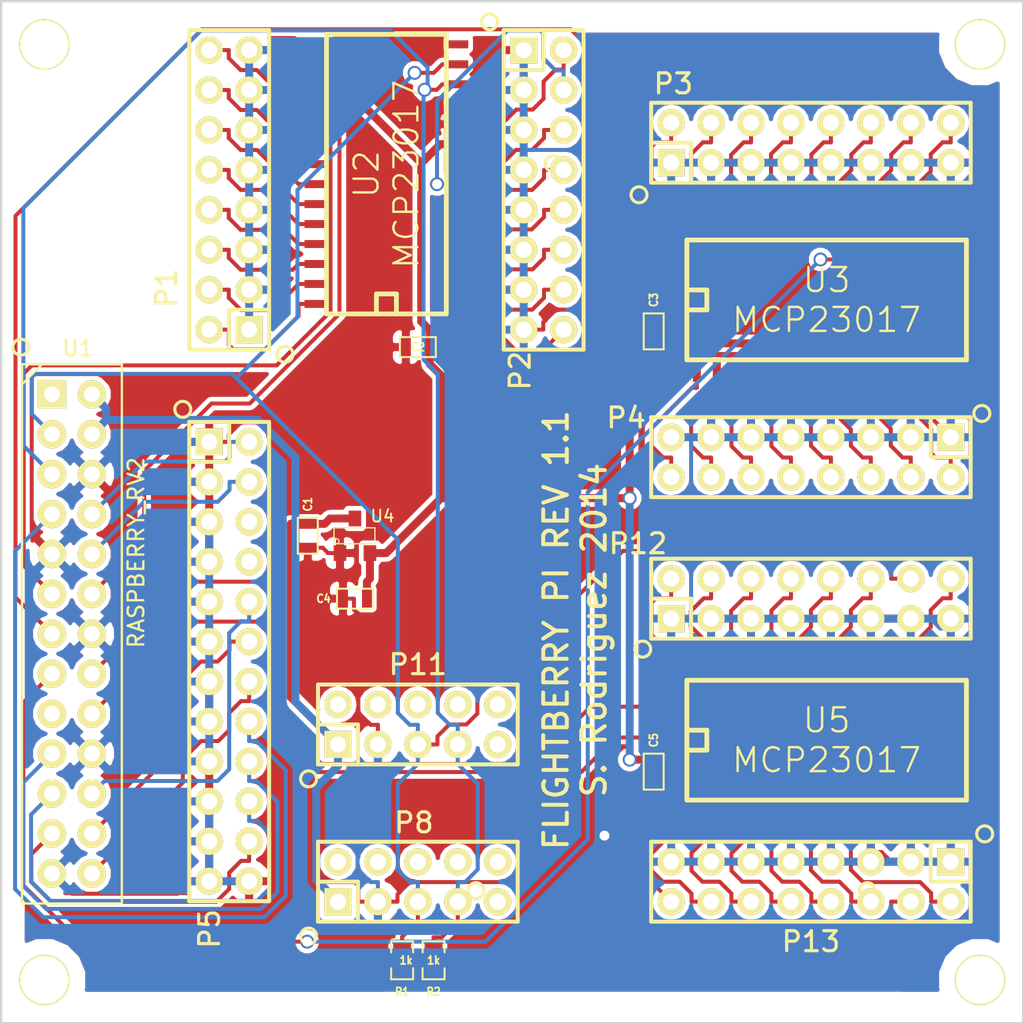
<source format=kicad_pcb>
(kicad_pcb (version 3) (host pcbnew "(2014-04-07 BZR 4791)-product")
  (layers (15 F.Cu signal) (0 B.Cu signal) (18 B.Paste user) (19 F.Paste user) (20 B.SilkS user) (21 F.SilkS user) (22 B.Mask user) (23 F.Mask user) (28 Edge.Cuts user))
  (net 0 "")
  (net 1 GND)
  (net 2 /E1_A7)
  (net 3 /E1_A6)
  (net 4 /E1_A5)
  (net 5 /E1_A4)
  (net 6 /E1_A3)
  (net 7 /E1_A2)
  (net 8 /E1_A1)
  (net 9 /E1_A0)
  (net 10 /E1_B7)
  (net 11 /E1_B6)
  (net 12 /E1_B5)
  (net 13 /E1_B4)
  (net 14 /E1_B3)
  (net 15 /E1_B2)
  (net 16 /E1_B1)
  (net 17 /E1_B0)
  (net 18 /E2_A7)
  (net 19 /E2_A6)
  (net 20 /E2_A5)
  (net 21 /E2_A4)
  (net 22 /E2_A3)
  (net 23 /E2_A2)
  (net 24 /E2_A1)
  (net 25 /E2_A0)
  (net 26 /E2_B7)
  (net 27 /E2_B6)
  (net 28 /E2_B5)
  (net 29 /E2_B4)
  (net 30 /E2_B3)
  (net 31 /E2_B2)
  (net 32 /E2_B1)
  (net 33 /E2_B0)
  (net 34 /TX)
  (net 35 /RX)
  (net 36 /GP4_23)
  (net 37 /GP5_24)
  (net 38 /GP6_25)
  (net 39 /CE0)
  (net 40 /CE1)
  (net 41 /GP7_4)
  (net 42 /MOSI)
  (net 43 /MISO)
  (net 44 /SCLK)
  (net 45 "Net-(P6-Pad1)")
  (net 46 "Net-(P7-Pad1)")
  (net 47 +5V)
  (net 48 "Net-(P8-Pad2)")
  (net 49 "Net-(P8-Pad4)")
  (net 50 /SDA)
  (net 51 "Net-(P8-Pad6)")
  (net 52 /SCL)
  (net 53 "Net-(P8-Pad8)")
  (net 54 "Net-(P8-Pad9)")
  (net 55 "Net-(P8-Pad10)")
  (net 56 "Net-(P9-Pad1)")
  (net 57 "Net-(P10-Pad1)")
  (net 58 +3.3V)
  (net 59 /INTA_EXT1)
  (net 60 /INTB_EXT1)
  (net 61 /INTA_EXT2)
  (net 62 /INTB_EXT2)
  (net 63 "Net-(U1-Pad17)")
  (net 64 "Net-(U2-Pad11)")
  (net 65 "Net-(U2-Pad14)")
  (net 66 "Net-(U3-Pad11)")
  (net 67 "Net-(U3-Pad14)")
  (net 68 "Net-(U1-Pad1)")
  (net 69 "Net-(P11-Pad2)")
  (net 70 "Net-(P11-Pad4)")
  (net 71 "Net-(P11-Pad6)")
  (net 72 "Net-(P11-Pad8)")
  (net 73 "Net-(P11-Pad9)")
  (net 74 "Net-(P11-Pad10)")
  (net 75 /E3_A7)
  (net 76 /E3_A6)
  (net 77 /E3_A5)
  (net 78 /E3_A4)
  (net 79 /E3_A3)
  (net 80 /E3_A2)
  (net 81 /E3_A1)
  (net 82 /E3_A0)
  (net 83 /E3_B7)
  (net 84 /E3_B6)
  (net 85 /E3_B5)
  (net 86 /E3_B4)
  (net 87 /E3_B3)
  (net 88 /E3_B2)
  (net 89 /E3_B1)
  (net 90 /E3_B0)
  (net 91 /INTA_EXT3)
  (net 92 /INTB_EXT3)
  (net 93 "Net-(U5-Pad11)")
  (net 94 "Net-(U5-Pad14)")
  (module Pin_Headers:Pin_Header_Straight_2x08 (layer F.Cu) (at 92 87 90)
    (fp_text reference P1 (at -6.25 -4 90) (layer F.SilkS) (effects (font (size 1.27 1.27) (thickness 0.2032))))
    (fp_text value CONN_8X2 hide)
    (pad 1 thru_hole rect (at -8.89 1.27 90) (size 1.7272 1.7272) (drill 1.016) (layers *.Cu *.Mask F.SilkS) (net 1 GND))
    (pad 2 thru_hole oval (at -8.89 -1.27 90) (size 1.7272 1.7272) (drill 1.016) (layers *.Cu *.Mask F.SilkS) (net 2 /E1_A7))
    (pad 3 thru_hole oval (at -6.35 1.27 90) (size 1.7272 1.7272) (drill 1.016) (layers *.Cu *.Mask F.SilkS) (net 1 GND))
    (pad 4 thru_hole oval (at -6.35 -1.27 90) (size 1.7272 1.7272) (drill 1.016) (layers *.Cu *.Mask F.SilkS) (net 3 /E1_A6))
    (pad 5 thru_hole oval (at -3.81 1.27 90) (size 1.7272 1.7272) (drill 1.016) (layers *.Cu *.Mask F.SilkS) (net 1 GND))
    (pad 6 thru_hole oval (at -3.81 -1.27 90) (size 1.7272 1.7272) (drill 1.016) (layers *.Cu *.Mask F.SilkS) (net 4 /E1_A5))
    (pad 7 thru_hole oval (at -1.27 1.27 90) (size 1.7272 1.7272) (drill 1.016) (layers *.Cu *.Mask F.SilkS) (net 1 GND))
    (pad 8 thru_hole oval (at -1.27 -1.27 90) (size 1.7272 1.7272) (drill 1.016) (layers *.Cu *.Mask F.SilkS) (net 5 /E1_A4))
    (pad 9 thru_hole oval (at 1.27 1.27 90) (size 1.7272 1.7272) (drill 1.016) (layers *.Cu *.Mask F.SilkS) (net 1 GND))
    (pad 10 thru_hole oval (at 1.27 -1.27 90) (size 1.7272 1.7272) (drill 1.016) (layers *.Cu *.Mask F.SilkS) (net 6 /E1_A3))
    (pad 11 thru_hole oval (at 3.81 1.27 90) (size 1.7272 1.7272) (drill 1.016) (layers *.Cu *.Mask F.SilkS) (net 1 GND))
    (pad 12 thru_hole oval (at 3.81 -1.27 90) (size 1.7272 1.7272) (drill 1.016) (layers *.Cu *.Mask F.SilkS) (net 7 /E1_A2))
    (pad 13 thru_hole oval (at 6.35 1.27 90) (size 1.7272 1.7272) (drill 1.016) (layers *.Cu *.Mask F.SilkS) (net 1 GND))
    (pad 14 thru_hole oval (at 6.35 -1.27 90) (size 1.7272 1.7272) (drill 1.016) (layers *.Cu *.Mask F.SilkS) (net 8 /E1_A1))
    (pad 15 thru_hole oval (at 8.89 1.27 90) (size 1.7272 1.7272) (drill 1.016) (layers *.Cu *.Mask F.SilkS) (net 1 GND))
    (pad 16 thru_hole oval (at 8.89 -1.27 90) (size 1.7272 1.7272) (drill 1.016) (layers *.Cu *.Mask F.SilkS) (net 9 /E1_A0))
  )
  (module Pin_Headers:Pin_Header_Straight_2x08 (layer F.Cu) (at 112 87 270)
    (fp_text reference P2 (at 11.5 1.5 270) (layer F.SilkS) (effects (font (size 1.27 1.27) (thickness 0.2032))))
    (fp_text value CONN_8X2 hide)
    (pad 1 thru_hole rect (at -8.89 1.27 270) (size 1.7272 1.7272) (drill 1.016) (layers *.Cu *.Mask F.SilkS) (net 1 GND))
    (pad 2 thru_hole oval (at -8.89 -1.27 270) (size 1.7272 1.7272) (drill 1.016) (layers *.Cu *.Mask F.SilkS) (net 10 /E1_B7))
    (pad 3 thru_hole oval (at -6.35 1.27 270) (size 1.7272 1.7272) (drill 1.016) (layers *.Cu *.Mask F.SilkS) (net 1 GND))
    (pad 4 thru_hole oval (at -6.35 -1.27 270) (size 1.7272 1.7272) (drill 1.016) (layers *.Cu *.Mask F.SilkS) (net 11 /E1_B6))
    (pad 5 thru_hole oval (at -3.81 1.27 270) (size 1.7272 1.7272) (drill 1.016) (layers *.Cu *.Mask F.SilkS) (net 1 GND))
    (pad 6 thru_hole oval (at -3.81 -1.27 270) (size 1.7272 1.7272) (drill 1.016) (layers *.Cu *.Mask F.SilkS) (net 12 /E1_B5))
    (pad 7 thru_hole oval (at -1.27 1.27 270) (size 1.7272 1.7272) (drill 1.016) (layers *.Cu *.Mask F.SilkS) (net 1 GND))
    (pad 8 thru_hole oval (at -1.27 -1.27 270) (size 1.7272 1.7272) (drill 1.016) (layers *.Cu *.Mask F.SilkS) (net 13 /E1_B4))
    (pad 9 thru_hole oval (at 1.27 1.27 270) (size 1.7272 1.7272) (drill 1.016) (layers *.Cu *.Mask F.SilkS) (net 1 GND))
    (pad 10 thru_hole oval (at 1.27 -1.27 270) (size 1.7272 1.7272) (drill 1.016) (layers *.Cu *.Mask F.SilkS) (net 14 /E1_B3))
    (pad 11 thru_hole oval (at 3.81 1.27 270) (size 1.7272 1.7272) (drill 1.016) (layers *.Cu *.Mask F.SilkS) (net 1 GND))
    (pad 12 thru_hole oval (at 3.81 -1.27 270) (size 1.7272 1.7272) (drill 1.016) (layers *.Cu *.Mask F.SilkS) (net 15 /E1_B2))
    (pad 13 thru_hole oval (at 6.35 1.27 270) (size 1.7272 1.7272) (drill 1.016) (layers *.Cu *.Mask F.SilkS) (net 1 GND))
    (pad 14 thru_hole oval (at 6.35 -1.27 270) (size 1.7272 1.7272) (drill 1.016) (layers *.Cu *.Mask F.SilkS) (net 16 /E1_B1))
    (pad 15 thru_hole oval (at 8.89 1.27 270) (size 1.7272 1.7272) (drill 1.016) (layers *.Cu *.Mask F.SilkS) (net 1 GND))
    (pad 16 thru_hole oval (at 8.89 -1.27 270) (size 1.7272 1.7272) (drill 1.016) (layers *.Cu *.Mask F.SilkS) (net 17 /E1_B0))
  )
  (module Pin_Headers:Pin_Header_Straight_2x08 (layer F.Cu) (at 129 84)
    (fp_text reference P3 (at -8.75 -3.75) (layer F.SilkS) (effects (font (size 1.27 1.27) (thickness 0.2032))))
    (fp_text value CONN_8X2 hide)
    (pad 1 thru_hole rect (at -8.89 1.27) (size 1.7272 1.7272) (drill 1.016) (layers *.Cu *.Mask F.SilkS) (net 1 GND))
    (pad 2 thru_hole oval (at -8.89 -1.27) (size 1.7272 1.7272) (drill 1.016) (layers *.Cu *.Mask F.SilkS) (net 18 /E2_A7))
    (pad 3 thru_hole oval (at -6.35 1.27) (size 1.7272 1.7272) (drill 1.016) (layers *.Cu *.Mask F.SilkS) (net 1 GND))
    (pad 4 thru_hole oval (at -6.35 -1.27) (size 1.7272 1.7272) (drill 1.016) (layers *.Cu *.Mask F.SilkS) (net 19 /E2_A6))
    (pad 5 thru_hole oval (at -3.81 1.27) (size 1.7272 1.7272) (drill 1.016) (layers *.Cu *.Mask F.SilkS) (net 1 GND))
    (pad 6 thru_hole oval (at -3.81 -1.27) (size 1.7272 1.7272) (drill 1.016) (layers *.Cu *.Mask F.SilkS) (net 20 /E2_A5))
    (pad 7 thru_hole oval (at -1.27 1.27) (size 1.7272 1.7272) (drill 1.016) (layers *.Cu *.Mask F.SilkS) (net 1 GND))
    (pad 8 thru_hole oval (at -1.27 -1.27) (size 1.7272 1.7272) (drill 1.016) (layers *.Cu *.Mask F.SilkS) (net 21 /E2_A4))
    (pad 9 thru_hole oval (at 1.27 1.27) (size 1.7272 1.7272) (drill 1.016) (layers *.Cu *.Mask F.SilkS) (net 1 GND))
    (pad 10 thru_hole oval (at 1.27 -1.27) (size 1.7272 1.7272) (drill 1.016) (layers *.Cu *.Mask F.SilkS) (net 22 /E2_A3))
    (pad 11 thru_hole oval (at 3.81 1.27) (size 1.7272 1.7272) (drill 1.016) (layers *.Cu *.Mask F.SilkS) (net 1 GND))
    (pad 12 thru_hole oval (at 3.81 -1.27) (size 1.7272 1.7272) (drill 1.016) (layers *.Cu *.Mask F.SilkS) (net 23 /E2_A2))
    (pad 13 thru_hole oval (at 6.35 1.27) (size 1.7272 1.7272) (drill 1.016) (layers *.Cu *.Mask F.SilkS) (net 1 GND))
    (pad 14 thru_hole oval (at 6.35 -1.27) (size 1.7272 1.7272) (drill 1.016) (layers *.Cu *.Mask F.SilkS) (net 24 /E2_A1))
    (pad 15 thru_hole oval (at 8.89 1.27) (size 1.7272 1.7272) (drill 1.016) (layers *.Cu *.Mask F.SilkS) (net 1 GND))
    (pad 16 thru_hole oval (at 8.89 -1.27) (size 1.7272 1.7272) (drill 1.016) (layers *.Cu *.Mask F.SilkS) (net 25 /E2_A0))
  )
  (module Pin_Headers:Pin_Header_Straight_2x08 (layer F.Cu) (at 129 104 180)
    (fp_text reference P4 (at 11.75 2.5 180) (layer F.SilkS) (effects (font (size 1.27 1.27) (thickness 0.2032))))
    (fp_text value CONN_8X2 hide)
    (pad 1 thru_hole rect (at -8.89 1.27 180) (size 1.7272 1.7272) (drill 1.016) (layers *.Cu *.Mask F.SilkS) (net 1 GND))
    (pad 2 thru_hole oval (at -8.89 -1.27 180) (size 1.7272 1.7272) (drill 1.016) (layers *.Cu *.Mask F.SilkS) (net 26 /E2_B7))
    (pad 3 thru_hole oval (at -6.35 1.27 180) (size 1.7272 1.7272) (drill 1.016) (layers *.Cu *.Mask F.SilkS) (net 1 GND))
    (pad 4 thru_hole oval (at -6.35 -1.27 180) (size 1.7272 1.7272) (drill 1.016) (layers *.Cu *.Mask F.SilkS) (net 27 /E2_B6))
    (pad 5 thru_hole oval (at -3.81 1.27 180) (size 1.7272 1.7272) (drill 1.016) (layers *.Cu *.Mask F.SilkS) (net 1 GND))
    (pad 6 thru_hole oval (at -3.81 -1.27 180) (size 1.7272 1.7272) (drill 1.016) (layers *.Cu *.Mask F.SilkS) (net 28 /E2_B5))
    (pad 7 thru_hole oval (at -1.27 1.27 180) (size 1.7272 1.7272) (drill 1.016) (layers *.Cu *.Mask F.SilkS) (net 1 GND))
    (pad 8 thru_hole oval (at -1.27 -1.27 180) (size 1.7272 1.7272) (drill 1.016) (layers *.Cu *.Mask F.SilkS) (net 29 /E2_B4))
    (pad 9 thru_hole oval (at 1.27 1.27 180) (size 1.7272 1.7272) (drill 1.016) (layers *.Cu *.Mask F.SilkS) (net 1 GND))
    (pad 10 thru_hole oval (at 1.27 -1.27 180) (size 1.7272 1.7272) (drill 1.016) (layers *.Cu *.Mask F.SilkS) (net 30 /E2_B3))
    (pad 11 thru_hole oval (at 3.81 1.27 180) (size 1.7272 1.7272) (drill 1.016) (layers *.Cu *.Mask F.SilkS) (net 1 GND))
    (pad 12 thru_hole oval (at 3.81 -1.27 180) (size 1.7272 1.7272) (drill 1.016) (layers *.Cu *.Mask F.SilkS) (net 31 /E2_B2))
    (pad 13 thru_hole oval (at 6.35 1.27 180) (size 1.7272 1.7272) (drill 1.016) (layers *.Cu *.Mask F.SilkS) (net 1 GND))
    (pad 14 thru_hole oval (at 6.35 -1.27 180) (size 1.7272 1.7272) (drill 1.016) (layers *.Cu *.Mask F.SilkS) (net 32 /E2_B1))
    (pad 15 thru_hole oval (at 8.89 1.27 180) (size 1.7272 1.7272) (drill 1.016) (layers *.Cu *.Mask F.SilkS) (net 1 GND))
    (pad 16 thru_hole oval (at 8.89 -1.27 180) (size 1.7272 1.7272) (drill 1.016) (layers *.Cu *.Mask F.SilkS) (net 33 /E2_B0))
  )
  (module Pin_Headers:Pin_Header_Straight_2x12 (layer F.Cu) (at 92 117 270)
    (fp_text reference P5 (at 17 1.25 270) (layer F.SilkS) (effects (font (size 1.27 1.27) (thickness 0.2032))))
    (fp_text value CONN_12X2 hide)
    (pad 1 thru_hole rect (at -13.97 1.27 270) (size 1.7272 1.7272) (drill 1.016) (layers *.Cu *.Mask F.SilkS) (net 1 GND))
    (pad 2 thru_hole oval (at -13.97 -1.27 270) (size 1.7272 1.7272) (drill 1.016) (layers *.Cu *.Mask F.SilkS) (net 34 /TX))
    (pad 3 thru_hole oval (at -11.43 1.27 270) (size 1.7272 1.7272) (drill 1.016) (layers *.Cu *.Mask F.SilkS) (net 1 GND))
    (pad 4 thru_hole oval (at -11.43 -1.27 270) (size 1.7272 1.7272) (drill 1.016) (layers *.Cu *.Mask F.SilkS) (net 35 /RX))
    (pad 5 thru_hole oval (at -8.89 1.27 270) (size 1.7272 1.7272) (drill 1.016) (layers *.Cu *.Mask F.SilkS) (net 1 GND))
    (pad 6 thru_hole oval (at -8.89 -1.27 270) (size 1.7272 1.7272) (drill 1.016) (layers *.Cu *.Mask F.SilkS) (net 36 /GP4_23))
    (pad 7 thru_hole oval (at -6.35 1.27 270) (size 1.7272 1.7272) (drill 1.016) (layers *.Cu *.Mask F.SilkS) (net 1 GND))
    (pad 8 thru_hole oval (at -6.35 -1.27 270) (size 1.7272 1.7272) (drill 1.016) (layers *.Cu *.Mask F.SilkS) (net 37 /GP5_24))
    (pad 9 thru_hole oval (at -3.81 1.27 270) (size 1.7272 1.7272) (drill 1.016) (layers *.Cu *.Mask F.SilkS) (net 1 GND))
    (pad 10 thru_hole oval (at -3.81 -1.27 270) (size 1.7272 1.7272) (drill 1.016) (layers *.Cu *.Mask F.SilkS) (net 38 /GP6_25))
    (pad 11 thru_hole oval (at -1.27 1.27 270) (size 1.7272 1.7272) (drill 1.016) (layers *.Cu *.Mask F.SilkS) (net 1 GND))
    (pad 12 thru_hole oval (at -1.27 -1.27 270) (size 1.7272 1.7272) (drill 1.016) (layers *.Cu *.Mask F.SilkS) (net 39 /CE0))
    (pad 13 thru_hole oval (at 1.27 1.27 270) (size 1.7272 1.7272) (drill 1.016) (layers *.Cu *.Mask F.SilkS) (net 1 GND))
    (pad 14 thru_hole oval (at 1.27 -1.27 270) (size 1.7272 1.7272) (drill 1.016) (layers *.Cu *.Mask F.SilkS) (net 40 /CE1))
    (pad 15 thru_hole oval (at 3.81 1.27 270) (size 1.7272 1.7272) (drill 1.016) (layers *.Cu *.Mask F.SilkS) (net 1 GND))
    (pad 16 thru_hole oval (at 3.81 -1.27 270) (size 1.7272 1.7272) (drill 1.016) (layers *.Cu *.Mask F.SilkS) (net 41 /GP7_4))
    (pad 17 thru_hole oval (at 6.35 1.27 270) (size 1.7272 1.7272) (drill 1.016) (layers *.Cu *.Mask F.SilkS) (net 1 GND))
    (pad 18 thru_hole oval (at 6.35 -1.27 270) (size 1.7272 1.7272) (drill 1.016) (layers *.Cu *.Mask F.SilkS) (net 42 /MOSI))
    (pad 19 thru_hole oval (at 8.89 1.27 270) (size 1.7272 1.7272) (drill 1.016) (layers *.Cu *.Mask F.SilkS) (net 1 GND))
    (pad 20 thru_hole oval (at 8.89 -1.27 270) (size 1.7272 1.7272) (drill 1.016) (layers *.Cu *.Mask F.SilkS) (net 43 /MISO))
    (pad 21 thru_hole oval (at 11.43 1.27 270) (size 1.7272 1.7272) (drill 1.016) (layers *.Cu *.Mask F.SilkS) (net 1 GND))
    (pad 22 thru_hole oval (at 11.43 -1.27 270) (size 1.7272 1.7272) (drill 1.016) (layers *.Cu *.Mask F.SilkS) (net 44 /SCLK))
    (pad 23 thru_hole oval (at 13.97 1.27 270) (size 1.7272 1.7272) (drill 1.016) (layers *.Cu *.Mask F.SilkS) (net 1 GND))
    (pad 24 thru_hole oval (at 13.97 -1.27 270) (size 1.7272 1.7272) (drill 1.016) (layers *.Cu *.Mask F.SilkS) (net 1 GND))
  )
  (module Saul_footprints:Mhole (layer F.Cu) (at 80.25 137.25)
    (fp_text reference P6 hide)
    (fp_text value CONN_1 hide)
    (pad 1 thru_hole circle (at 0 0) (size 3.2004 3.2004) (drill 2.99974) (layers *.Cu *.Mask F.SilkS) (net 45 "Net-(P6-Pad1)") (clearance 1.00076))
  )
  (module Saul_footprints:Mhole (layer F.Cu) (at 139.75 137.25)
    (fp_text reference P7 hide)
    (fp_text value CONN_1 hide)
    (pad 1 thru_hole circle (at 0 0) (size 3.2004 3.2004) (drill 2.99974) (layers *.Cu *.Mask F.SilkS) (net 46 "Net-(P7-Pad1)") (clearance 1.00076))
  )
  (module Pin_Headers:Pin_Header_Straight_2x05 (layer F.Cu) (at 104 131)
    (fp_text reference P8 (at -0.25 -3.75) (layer F.SilkS) (effects (font (size 1.27 1.27) (thickness 0.2032))))
    (fp_text value CONN_5X2 hide)
    (pad 1 thru_hole rect (at -5.08 1.27) (size 1.7272 1.7272) (drill 1.016) (layers *.Cu *.Mask F.SilkS) (net 47 +5V))
    (pad 2 thru_hole oval (at -5.08 -1.27) (size 1.7272 1.7272) (drill 1.016) (layers *.Cu *.Mask F.SilkS) (net 48 "Net-(P8-Pad2)"))
    (pad 3 thru_hole oval (at -2.54 1.27) (size 1.7272 1.7272) (drill 1.016) (layers *.Cu *.Mask F.SilkS) (net 1 GND))
    (pad 4 thru_hole oval (at -2.54 -1.27) (size 1.7272 1.7272) (drill 1.016) (layers *.Cu *.Mask F.SilkS) (net 49 "Net-(P8-Pad4)"))
    (pad 5 thru_hole oval (at 0 1.27) (size 1.7272 1.7272) (drill 1.016) (layers *.Cu *.Mask F.SilkS) (net 50 /SDA))
    (pad 6 thru_hole oval (at 0 -1.27) (size 1.7272 1.7272) (drill 1.016) (layers *.Cu *.Mask F.SilkS) (net 51 "Net-(P8-Pad6)"))
    (pad 7 thru_hole oval (at 2.54 1.27) (size 1.7272 1.7272) (drill 1.016) (layers *.Cu *.Mask F.SilkS) (net 52 /SCL))
    (pad 8 thru_hole oval (at 2.54 -1.27) (size 1.7272 1.7272) (drill 1.016) (layers *.Cu *.Mask F.SilkS) (net 53 "Net-(P8-Pad8)"))
    (pad 9 thru_hole oval (at 5.08 1.27) (size 1.7272 1.7272) (drill 1.016) (layers *.Cu *.Mask F.SilkS) (net 54 "Net-(P8-Pad9)"))
    (pad 10 thru_hole oval (at 5.08 -1.27) (size 1.7272 1.7272) (drill 1.016) (layers *.Cu *.Mask F.SilkS) (net 55 "Net-(P8-Pad10)"))
  )
  (module Saul_footprints:Mhole (layer F.Cu) (at 80.25 77.75)
    (fp_text reference P9 hide)
    (fp_text value CONN_1 hide)
    (pad 1 thru_hole circle (at 0 0) (size 3.2004 3.2004) (drill 2.99974) (layers *.Cu *.Mask F.SilkS) (net 56 "Net-(P9-Pad1)") (clearance 1.00076))
  )
  (module Saul_footprints:Mhole (layer F.Cu) (at 139.75 77.75)
    (fp_text reference P10 hide)
    (fp_text value CONN_1 hide)
    (pad 1 thru_hole circle (at 0 0) (size 3.2004 3.2004) (drill 2.99974) (layers *.Cu *.Mask F.SilkS) (net 57 "Net-(P10-Pad1)") (clearance 1.00076))
  )
  (module SMD_Packages:SM0603_Resistor (layer F.Cu) (at 103 136 90)
    (fp_text reference R1 (at -2 0 180) (layer F.SilkS) (effects (font (size 0.50038 0.4572) (thickness 0.1143))))
    (fp_text value 1k (at 0 0.25 180) (layer F.SilkS) (effects (font (size 0.508 0.4572) (thickness 0.1143))))
    (pad 1 smd rect (at -0.762 0 90) (size 0.635 1.143) (layers F.Cu F.Paste F.Mask) (net 58 +3.3V))
    (pad 2 smd rect (at 0.762 0 90) (size 0.635 1.143) (layers F.Cu F.Paste F.Mask) (net 50 /SDA))
  )
  (module SMD_Packages:SM0603_Resistor (layer F.Cu) (at 105 136 90)
    (fp_text reference R2 (at -2 0 180) (layer F.SilkS) (effects (font (size 0.50038 0.4572) (thickness 0.1143))))
    (fp_text value 1k (at 0 0 180) (layer F.SilkS) (effects (font (size 0.508 0.4572) (thickness 0.1143))))
    (pad 1 smd rect (at -0.762 0 90) (size 0.635 1.143) (layers F.Cu F.Paste F.Mask) (net 58 +3.3V))
    (pad 2 smd rect (at 0.762 0 90) (size 0.635 1.143) (layers F.Cu F.Paste F.Mask) (net 52 /SCL))
  )
  (module fg_footprints:RASPBERRY_P1 (layer F.Cu) (at 82 100)
    (fp_text reference U1 (at 0.381 -2.921) (layer F.SilkS))
    (fp_text value RASPBERRY_RV2 (at 4.085 10.075 90) (layer F.SilkS))
    (pad 1 thru_hole rect (at -1.27 0) (size 1.8 1.8) (drill 1) (layers *.Cu *.Mask F.SilkS) (net 68 "Net-(U1-Pad1)"))
    (pad 2 thru_hole circle (at 1.27 0) (size 1.8 1.8) (drill 1) (layers *.Cu *.Mask F.SilkS) (net 47 +5V))
    (pad 3 thru_hole circle (at -1.27 2.54) (size 1.8 1.8) (drill 1) (layers *.Cu *.Mask F.SilkS) (net 50 /SDA))
    (pad 4 thru_hole circle (at 1.27 2.54) (size 1.8 1.8) (drill 1) (layers *.Cu *.Mask F.SilkS) (net 47 +5V))
    (pad 5 thru_hole circle (at -1.27 5.08) (size 1.8 1.8) (drill 1) (layers *.Cu *.Mask F.SilkS) (net 52 /SCL))
    (pad 6 thru_hole circle (at 1.27 5.08) (size 1.8 1.8) (drill 1) (layers *.Cu *.Mask F.SilkS) (net 1 GND))
    (pad 7 thru_hole circle (at -1.27 7.62) (size 1.8 1.8) (drill 1) (layers *.Cu *.Mask F.SilkS) (net 41 /GP7_4))
    (pad 8 thru_hole circle (at 1.27 7.62) (size 1.8 1.8) (drill 1) (layers *.Cu *.Mask F.SilkS) (net 34 /TX))
    (pad 9 thru_hole circle (at -1.27 10.16) (size 1.8 1.8) (drill 1) (layers *.Cu *.Mask F.SilkS) (net 1 GND))
    (pad 10 thru_hole circle (at 1.27 10.16) (size 1.8 1.8) (drill 1) (layers *.Cu *.Mask F.SilkS) (net 35 /RX))
    (pad 11 thru_hole circle (at -1.27 12.7) (size 1.8 1.8) (drill 1) (layers *.Cu *.Mask F.SilkS) (net 59 /INTA_EXT1))
    (pad 12 thru_hole circle (at 1.27 12.7) (size 1.8 1.8) (drill 1) (layers *.Cu *.Mask F.SilkS) (net 60 /INTB_EXT1))
    (pad 13 thru_hole circle (at -1.27 15.24) (size 1.8 1.8) (drill 1) (layers *.Cu *.Mask F.SilkS) (net 61 /INTA_EXT2))
    (pad 14 thru_hole circle (at 1.27 15.24) (size 1.8 1.8) (drill 1) (layers *.Cu *.Mask F.SilkS) (net 1 GND))
    (pad 15 thru_hole circle (at -1.27 17.78) (size 1.8 1.8) (drill 1) (layers *.Cu *.Mask F.SilkS) (net 62 /INTB_EXT2))
    (pad 16 thru_hole circle (at 1.27 17.78) (size 1.8 1.8) (drill 1) (layers *.Cu *.Mask F.SilkS) (net 91 /INTA_EXT3))
    (pad 17 thru_hole circle (at -1.27 20.32) (size 1.8 1.8) (drill 1) (layers *.Cu *.Mask F.SilkS) (net 63 "Net-(U1-Pad17)"))
    (pad 18 thru_hole circle (at 1.27 20.32) (size 1.8 1.8) (drill 1) (layers *.Cu *.Mask F.SilkS) (net 92 /INTB_EXT3))
    (pad 19 thru_hole circle (at -1.27 22.86) (size 1.8 1.8) (drill 1) (layers *.Cu *.Mask F.SilkS) (net 42 /MOSI))
    (pad 20 thru_hole circle (at 1.27 22.86) (size 1.8 1.8) (drill 1) (layers *.Cu *.Mask F.SilkS) (net 1 GND))
    (pad 21 thru_hole circle (at -1.27 25.4) (size 1.8 1.8) (drill 1) (layers *.Cu *.Mask F.SilkS) (net 43 /MISO))
    (pad 22 thru_hole circle (at 1.27 25.4) (size 1.8 1.8) (drill 1) (layers *.Cu *.Mask F.SilkS) (net 38 /GP6_25))
    (pad 23 thru_hole circle (at -1.27 27.94) (size 1.8 1.8) (drill 1) (layers *.Cu *.Mask F.SilkS) (net 44 /SCLK))
    (pad 24 thru_hole circle (at 1.27 27.94) (size 1.8 1.8) (drill 1) (layers *.Cu *.Mask F.SilkS) (net 39 /CE0))
    (pad 25 thru_hole circle (at -1.27 30.48) (size 1.8 1.8) (drill 1) (layers *.Cu *.Mask F.SilkS) (net 1 GND))
    (pad 26 thru_hole circle (at 1.27 30.48) (size 1.8 1.8) (drill 1) (layers *.Cu *.Mask F.SilkS) (net 40 /CE1))
  )
  (module SMD_Packages:SM0603 (layer F.Cu) (at 97 109 270)
    (fp_text reference C1 (at -2 0 270) (layer F.SilkS) (effects (font (size 0.508 0.4572) (thickness 0.1143))))
    (fp_text value 4.7u hide)
    (pad 1 smd rect (at -0.762 0 270) (size 0.635 1.143) (layers F.Cu F.Paste F.Mask) (net 47 +5V))
    (pad 2 smd rect (at 0.762 0 270) (size 0.635 1.143) (layers F.Cu F.Paste F.Mask) (net 1 GND))
  )
  (module SMD_Packages:SM0603 (layer F.Cu) (at 104 97 180)
    (fp_text reference C2 (at 0 0 180) (layer F.SilkS) (effects (font (size 0.508 0.4572) (thickness 0.1143))))
    (fp_text value 0.1u hide)
    (pad 1 smd rect (at -0.762 0 180) (size 0.635 1.143) (layers F.Cu F.Paste F.Mask) (net 58 +3.3V))
    (pad 2 smd rect (at 0.762 0 180) (size 0.635 1.143) (layers F.Cu F.Paste F.Mask) (net 1 GND))
  )
  (module SMD_Packages:SM0603 (layer F.Cu) (at 119 96 90)
    (fp_text reference C3 (at 2 0 90) (layer F.SilkS) (effects (font (size 0.508 0.4572) (thickness 0.1143))))
    (fp_text value 0.1u hide)
    (pad 1 smd rect (at -0.762 0 90) (size 0.635 1.143) (layers F.Cu F.Paste F.Mask) (net 58 +3.3V))
    (pad 2 smd rect (at 0.762 0 90) (size 0.635 1.143) (layers F.Cu F.Paste F.Mask) (net 1 GND))
  )
  (module SMD_Packages:SM0603 (layer F.Cu) (at 100 113 180)
    (fp_text reference C4 (at 2 0 180) (layer F.SilkS) (effects (font (size 0.508 0.4572) (thickness 0.1143))))
    (fp_text value 4.7u hide)
    (pad 1 smd rect (at -0.762 0 180) (size 0.635 1.143) (layers F.Cu F.Paste F.Mask) (net 58 +3.3V))
    (pad 2 smd rect (at 0.762 0 180) (size 0.635 1.143) (layers F.Cu F.Paste F.Mask) (net 1 GND))
  )
  (module SMD_Packages:SOT23 (layer F.Cu) (at 100 109)
    (fp_text reference U4 (at 1.75 -1.25 180) (layer F.SilkS) (effects (font (size 0.762 0.762) (thickness 0.11938))))
    (fp_text value "" (at 0 -3) (layer F.SilkS) (effects (font (size 0.50038 0.50038) (thickness 0.09906))))
    (pad 3 smd rect (at 0 -1.09982) (size 0.8001 1.00076) (layers F.Cu F.Paste F.Mask) (net 47 +5V))
    (pad 2 smd rect (at 0.9525 1.09982) (size 0.8001 1.00076) (layers F.Cu F.Paste F.Mask) (net 58 +3.3V))
    (pad 1 smd rect (at -0.9525 1.09982) (size 0.8001 1.00076) (layers F.Cu F.Paste F.Mask) (net 1 GND))
  )
  (module Pin_Headers:Pin_Header_Straight_2x05 (layer F.Cu) (at 104 121)
    (fp_text reference P11 (at 0 -3.81) (layer F.SilkS) (effects (font (size 1.27 1.27) (thickness 0.2032))))
    (fp_text value CONN_5X2 hide)
    (pad 1 thru_hole rect (at -5.08 1.27) (size 1.7272 1.7272) (drill 1.016) (layers *.Cu *.Mask F.SilkS) (net 47 +5V))
    (pad 2 thru_hole oval (at -5.08 -1.27) (size 1.7272 1.7272) (drill 1.016) (layers *.Cu *.Mask F.SilkS) (net 69 "Net-(P11-Pad2)"))
    (pad 3 thru_hole oval (at -2.54 1.27) (size 1.7272 1.7272) (drill 1.016) (layers *.Cu *.Mask F.SilkS) (net 1 GND))
    (pad 4 thru_hole oval (at -2.54 -1.27) (size 1.7272 1.7272) (drill 1.016) (layers *.Cu *.Mask F.SilkS) (net 70 "Net-(P11-Pad4)"))
    (pad 5 thru_hole oval (at 0 1.27) (size 1.7272 1.7272) (drill 1.016) (layers *.Cu *.Mask F.SilkS) (net 50 /SDA))
    (pad 6 thru_hole oval (at 0 -1.27) (size 1.7272 1.7272) (drill 1.016) (layers *.Cu *.Mask F.SilkS) (net 71 "Net-(P11-Pad6)"))
    (pad 7 thru_hole oval (at 2.54 1.27) (size 1.7272 1.7272) (drill 1.016) (layers *.Cu *.Mask F.SilkS) (net 52 /SCL))
    (pad 8 thru_hole oval (at 2.54 -1.27) (size 1.7272 1.7272) (drill 1.016) (layers *.Cu *.Mask F.SilkS) (net 72 "Net-(P11-Pad8)"))
    (pad 9 thru_hole oval (at 5.08 1.27) (size 1.7272 1.7272) (drill 1.016) (layers *.Cu *.Mask F.SilkS) (net 73 "Net-(P11-Pad9)"))
    (pad 10 thru_hole oval (at 5.08 -1.27) (size 1.7272 1.7272) (drill 1.016) (layers *.Cu *.Mask F.SilkS) (net 74 "Net-(P11-Pad10)"))
  )
  (module Pin_Headers:Pin_Header_Straight_2x08 (layer F.Cu) (at 129 113)
    (fp_text reference P12 (at -11 -3.5) (layer F.SilkS) (effects (font (size 1.27 1.27) (thickness 0.2032))))
    (fp_text value CONN_8X2 hide)
    (pad 1 thru_hole rect (at -8.89 1.27) (size 1.7272 1.7272) (drill 1.016) (layers *.Cu *.Mask F.SilkS) (net 1 GND))
    (pad 2 thru_hole oval (at -8.89 -1.27) (size 1.7272 1.7272) (drill 1.016) (layers *.Cu *.Mask F.SilkS) (net 75 /E3_A7))
    (pad 3 thru_hole oval (at -6.35 1.27) (size 1.7272 1.7272) (drill 1.016) (layers *.Cu *.Mask F.SilkS) (net 1 GND))
    (pad 4 thru_hole oval (at -6.35 -1.27) (size 1.7272 1.7272) (drill 1.016) (layers *.Cu *.Mask F.SilkS) (net 76 /E3_A6))
    (pad 5 thru_hole oval (at -3.81 1.27) (size 1.7272 1.7272) (drill 1.016) (layers *.Cu *.Mask F.SilkS) (net 1 GND))
    (pad 6 thru_hole oval (at -3.81 -1.27) (size 1.7272 1.7272) (drill 1.016) (layers *.Cu *.Mask F.SilkS) (net 77 /E3_A5))
    (pad 7 thru_hole oval (at -1.27 1.27) (size 1.7272 1.7272) (drill 1.016) (layers *.Cu *.Mask F.SilkS) (net 1 GND))
    (pad 8 thru_hole oval (at -1.27 -1.27) (size 1.7272 1.7272) (drill 1.016) (layers *.Cu *.Mask F.SilkS) (net 78 /E3_A4))
    (pad 9 thru_hole oval (at 1.27 1.27) (size 1.7272 1.7272) (drill 1.016) (layers *.Cu *.Mask F.SilkS) (net 1 GND))
    (pad 10 thru_hole oval (at 1.27 -1.27) (size 1.7272 1.7272) (drill 1.016) (layers *.Cu *.Mask F.SilkS) (net 79 /E3_A3))
    (pad 11 thru_hole oval (at 3.81 1.27) (size 1.7272 1.7272) (drill 1.016) (layers *.Cu *.Mask F.SilkS) (net 1 GND))
    (pad 12 thru_hole oval (at 3.81 -1.27) (size 1.7272 1.7272) (drill 1.016) (layers *.Cu *.Mask F.SilkS) (net 80 /E3_A2))
    (pad 13 thru_hole oval (at 6.35 1.27) (size 1.7272 1.7272) (drill 1.016) (layers *.Cu *.Mask F.SilkS) (net 1 GND))
    (pad 14 thru_hole oval (at 6.35 -1.27) (size 1.7272 1.7272) (drill 1.016) (layers *.Cu *.Mask F.SilkS) (net 81 /E3_A1))
    (pad 15 thru_hole oval (at 8.89 1.27) (size 1.7272 1.7272) (drill 1.016) (layers *.Cu *.Mask F.SilkS) (net 1 GND))
    (pad 16 thru_hole oval (at 8.89 -1.27) (size 1.7272 1.7272) (drill 1.016) (layers *.Cu *.Mask F.SilkS) (net 82 /E3_A0))
  )
  (module Pin_Headers:Pin_Header_Straight_2x08 (layer F.Cu) (at 129 131 180)
    (fp_text reference P13 (at 0 -3.81 180) (layer F.SilkS) (effects (font (size 1.27 1.27) (thickness 0.2032))))
    (fp_text value CONN_8X2 hide)
    (pad 1 thru_hole rect (at -8.89 1.27 180) (size 1.7272 1.7272) (drill 1.016) (layers *.Cu *.Mask F.SilkS) (net 1 GND))
    (pad 2 thru_hole oval (at -8.89 -1.27 180) (size 1.7272 1.7272) (drill 1.016) (layers *.Cu *.Mask F.SilkS) (net 83 /E3_B7))
    (pad 3 thru_hole oval (at -6.35 1.27 180) (size 1.7272 1.7272) (drill 1.016) (layers *.Cu *.Mask F.SilkS) (net 1 GND))
    (pad 4 thru_hole oval (at -6.35 -1.27 180) (size 1.7272 1.7272) (drill 1.016) (layers *.Cu *.Mask F.SilkS) (net 84 /E3_B6))
    (pad 5 thru_hole oval (at -3.81 1.27 180) (size 1.7272 1.7272) (drill 1.016) (layers *.Cu *.Mask F.SilkS) (net 1 GND))
    (pad 6 thru_hole oval (at -3.81 -1.27 180) (size 1.7272 1.7272) (drill 1.016) (layers *.Cu *.Mask F.SilkS) (net 85 /E3_B5))
    (pad 7 thru_hole oval (at -1.27 1.27 180) (size 1.7272 1.7272) (drill 1.016) (layers *.Cu *.Mask F.SilkS) (net 1 GND))
    (pad 8 thru_hole oval (at -1.27 -1.27 180) (size 1.7272 1.7272) (drill 1.016) (layers *.Cu *.Mask F.SilkS) (net 86 /E3_B4))
    (pad 9 thru_hole oval (at 1.27 1.27 180) (size 1.7272 1.7272) (drill 1.016) (layers *.Cu *.Mask F.SilkS) (net 1 GND))
    (pad 10 thru_hole oval (at 1.27 -1.27 180) (size 1.7272 1.7272) (drill 1.016) (layers *.Cu *.Mask F.SilkS) (net 87 /E3_B3))
    (pad 11 thru_hole oval (at 3.81 1.27 180) (size 1.7272 1.7272) (drill 1.016) (layers *.Cu *.Mask F.SilkS) (net 1 GND))
    (pad 12 thru_hole oval (at 3.81 -1.27 180) (size 1.7272 1.7272) (drill 1.016) (layers *.Cu *.Mask F.SilkS) (net 88 /E3_B2))
    (pad 13 thru_hole oval (at 6.35 1.27 180) (size 1.7272 1.7272) (drill 1.016) (layers *.Cu *.Mask F.SilkS) (net 1 GND))
    (pad 14 thru_hole oval (at 6.35 -1.27 180) (size 1.7272 1.7272) (drill 1.016) (layers *.Cu *.Mask F.SilkS) (net 89 /E3_B1))
    (pad 15 thru_hole oval (at 8.89 1.27 180) (size 1.7272 1.7272) (drill 1.016) (layers *.Cu *.Mask F.SilkS) (net 1 GND))
    (pad 16 thru_hole oval (at 8.89 -1.27 180) (size 1.7272 1.7272) (drill 1.016) (layers *.Cu *.Mask F.SilkS) (net 90 /E3_B0))
  )
  (module SMD_Packages:SO28 (layer F.Cu) (at 130 122)
    (fp_text reference U5 (at 0 -1.26492) (layer F.SilkS) (effects (font (thickness 0.1524))))
    (fp_text value MCP23017 (at 0 1.27) (layer F.SilkS) (effects (font (thickness 0.1524))))
    (pad 1 smd rect (at -8.255 4.572) (size 0.508 1.27) (layers F.Cu F.Paste F.Mask) (net 90 /E3_B0))
    (pad 2 smd rect (at -6.985 4.572) (size 0.508 1.27) (layers F.Cu F.Paste F.Mask) (net 89 /E3_B1))
    (pad 3 smd rect (at -5.715 4.572) (size 0.508 1.27) (layers F.Cu F.Paste F.Mask) (net 88 /E3_B2))
    (pad 4 smd rect (at -4.445 4.572) (size 0.508 1.27) (layers F.Cu F.Paste F.Mask) (net 87 /E3_B3))
    (pad 5 smd rect (at -3.175 4.572) (size 0.508 1.27) (layers F.Cu F.Paste F.Mask) (net 86 /E3_B4))
    (pad 6 smd rect (at -1.905 4.572) (size 0.508 1.27) (layers F.Cu F.Paste F.Mask) (net 85 /E3_B5))
    (pad 7 smd rect (at -0.635 4.572) (size 0.508 1.27) (layers F.Cu F.Paste F.Mask) (net 84 /E3_B6))
    (pad 8 smd rect (at 0.635 4.572) (size 0.508 1.27) (layers F.Cu F.Paste F.Mask) (net 83 /E3_B7))
    (pad 9 smd rect (at 1.905 4.572) (size 0.508 1.27) (layers F.Cu F.Paste F.Mask) (net 58 +3.3V))
    (pad 10 smd rect (at 3.175 4.572) (size 0.508 1.27) (layers F.Cu F.Paste F.Mask) (net 1 GND))
    (pad 11 smd rect (at 4.445 4.572) (size 0.508 1.27) (layers F.Cu F.Paste F.Mask) (net 93 "Net-(U5-Pad11)"))
    (pad 12 smd rect (at 5.715 4.572) (size 0.508 1.27) (layers F.Cu F.Paste F.Mask) (net 52 /SCL))
    (pad 13 smd rect (at 6.985 4.572) (size 0.508 1.27) (layers F.Cu F.Paste F.Mask) (net 50 /SDA))
    (pad 14 smd rect (at 8.255 4.572) (size 0.508 1.27) (layers F.Cu F.Paste F.Mask) (net 94 "Net-(U5-Pad14)"))
    (pad 15 smd rect (at 8.255 -4.572) (size 0.508 1.27) (layers F.Cu F.Paste F.Mask) (net 1 GND))
    (pad 16 smd rect (at 6.985 -4.572) (size 0.508 1.27) (layers F.Cu F.Paste F.Mask) (net 58 +3.3V))
    (pad 17 smd rect (at 5.715 -4.572) (size 0.508 1.27) (layers F.Cu F.Paste F.Mask) (net 1 GND))
    (pad 18 smd rect (at 4.445 -4.572) (size 0.508 1.27) (layers F.Cu F.Paste F.Mask) (net 58 +3.3V))
    (pad 19 smd rect (at 3.175 -4.572) (size 0.508 1.27) (layers F.Cu F.Paste F.Mask) (net 92 /INTB_EXT3))
    (pad 20 smd rect (at 1.905 -4.572) (size 0.508 1.27) (layers F.Cu F.Paste F.Mask) (net 91 /INTA_EXT3))
    (pad 21 smd rect (at 0.635 -4.572) (size 0.508 1.27) (layers F.Cu F.Paste F.Mask) (net 82 /E3_A0))
    (pad 22 smd rect (at -0.635 -4.572) (size 0.508 1.27) (layers F.Cu F.Paste F.Mask) (net 81 /E3_A1))
    (pad 23 smd rect (at -1.905 -4.572) (size 0.508 1.27) (layers F.Cu F.Paste F.Mask) (net 80 /E3_A2))
    (pad 24 smd rect (at -3.175 -4.572) (size 0.508 1.27) (layers F.Cu F.Paste F.Mask) (net 79 /E3_A3))
    (pad 25 smd rect (at -4.445 -4.572) (size 0.508 1.27) (layers F.Cu F.Paste F.Mask) (net 78 /E3_A4))
    (pad 26 smd rect (at -5.715 -4.572) (size 0.508 1.27) (layers F.Cu F.Paste F.Mask) (net 77 /E3_A5))
    (pad 27 smd rect (at -6.985 -4.572) (size 0.508 1.27) (layers F.Cu F.Paste F.Mask) (net 76 /E3_A6))
    (pad 28 smd rect (at -8.255 -4.572) (size 0.508 1.27) (layers F.Cu F.Paste F.Mask) (net 75 /E3_A7))
  )
  (module SMD_Packages:SO28 (layer F.Cu) (at 102 86 90)
    (fp_text reference U2 (at 0 -1.26492 90) (layer F.SilkS) (effects (font (thickness 0.1524))))
    (fp_text value MCP23017 (at 0 1.27 90) (layer F.SilkS) (effects (font (thickness 0.1524))))
    (pad 1 smd rect (at -8.255 4.572 90) (size 0.508 1.27) (layers F.Cu F.Paste F.Mask) (net 17 /E1_B0))
    (pad 2 smd rect (at -6.985 4.572 90) (size 0.508 1.27) (layers F.Cu F.Paste F.Mask) (net 16 /E1_B1))
    (pad 3 smd rect (at -5.715 4.572 90) (size 0.508 1.27) (layers F.Cu F.Paste F.Mask) (net 15 /E1_B2))
    (pad 4 smd rect (at -4.445 4.572 90) (size 0.508 1.27) (layers F.Cu F.Paste F.Mask) (net 14 /E1_B3))
    (pad 5 smd rect (at -3.175 4.572 90) (size 0.508 1.27) (layers F.Cu F.Paste F.Mask) (net 13 /E1_B4))
    (pad 6 smd rect (at -1.905 4.572 90) (size 0.508 1.27) (layers F.Cu F.Paste F.Mask) (net 12 /E1_B5))
    (pad 7 smd rect (at -0.635 4.572 90) (size 0.508 1.27) (layers F.Cu F.Paste F.Mask) (net 11 /E1_B6))
    (pad 8 smd rect (at 0.635 4.572 90) (size 0.508 1.27) (layers F.Cu F.Paste F.Mask) (net 10 /E1_B7))
    (pad 9 smd rect (at 1.905 4.572 90) (size 0.508 1.27) (layers F.Cu F.Paste F.Mask) (net 58 +3.3V))
    (pad 10 smd rect (at 3.175 4.572 90) (size 0.508 1.27) (layers F.Cu F.Paste F.Mask) (net 1 GND))
    (pad 11 smd rect (at 4.445 4.572 90) (size 0.508 1.27) (layers F.Cu F.Paste F.Mask) (net 64 "Net-(U2-Pad11)"))
    (pad 12 smd rect (at 5.715 4.572 90) (size 0.508 1.27) (layers F.Cu F.Paste F.Mask) (net 52 /SCL))
    (pad 13 smd rect (at 6.985 4.572 90) (size 0.508 1.27) (layers F.Cu F.Paste F.Mask) (net 50 /SDA))
    (pad 14 smd rect (at 8.255 4.572 90) (size 0.508 1.27) (layers F.Cu F.Paste F.Mask) (net 65 "Net-(U2-Pad14)"))
    (pad 15 smd rect (at 8.255 -4.572 90) (size 0.508 1.27) (layers F.Cu F.Paste F.Mask) (net 1 GND))
    (pad 16 smd rect (at 6.985 -4.572 90) (size 0.508 1.27) (layers F.Cu F.Paste F.Mask) (net 1 GND))
    (pad 17 smd rect (at 5.715 -4.572 90) (size 0.508 1.27) (layers F.Cu F.Paste F.Mask) (net 1 GND))
    (pad 18 smd rect (at 4.445 -4.572 90) (size 0.508 1.27) (layers F.Cu F.Paste F.Mask) (net 58 +3.3V))
    (pad 19 smd rect (at 3.175 -4.572 90) (size 0.508 1.27) (layers F.Cu F.Paste F.Mask) (net 60 /INTB_EXT1))
    (pad 20 smd rect (at 1.905 -4.572 90) (size 0.508 1.27) (layers F.Cu F.Paste F.Mask) (net 59 /INTA_EXT1))
    (pad 21 smd rect (at 0.635 -4.572 90) (size 0.508 1.27) (layers F.Cu F.Paste F.Mask) (net 9 /E1_A0))
    (pad 22 smd rect (at -0.635 -4.572 90) (size 0.508 1.27) (layers F.Cu F.Paste F.Mask) (net 8 /E1_A1))
    (pad 23 smd rect (at -1.905 -4.572 90) (size 0.508 1.27) (layers F.Cu F.Paste F.Mask) (net 7 /E1_A2))
    (pad 24 smd rect (at -3.175 -4.572 90) (size 0.508 1.27) (layers F.Cu F.Paste F.Mask) (net 6 /E1_A3))
    (pad 25 smd rect (at -4.445 -4.572 90) (size 0.508 1.27) (layers F.Cu F.Paste F.Mask) (net 5 /E1_A4))
    (pad 26 smd rect (at -5.715 -4.572 90) (size 0.508 1.27) (layers F.Cu F.Paste F.Mask) (net 4 /E1_A5))
    (pad 27 smd rect (at -6.985 -4.572 90) (size 0.508 1.27) (layers F.Cu F.Paste F.Mask) (net 3 /E1_A6))
    (pad 28 smd rect (at -8.255 -4.572 90) (size 0.508 1.27) (layers F.Cu F.Paste F.Mask) (net 2 /E1_A7))
  )
  (module SMD_Packages:SO28 (layer F.Cu) (at 130 94)
    (fp_text reference U3 (at 0 -1.26492) (layer F.SilkS) (effects (font (thickness 0.1524))))
    (fp_text value MCP23017 (at 0 1.27) (layer F.SilkS) (effects (font (thickness 0.1524))))
    (pad 1 smd rect (at -8.255 4.572) (size 0.508 1.27) (layers F.Cu F.Paste F.Mask) (net 33 /E2_B0))
    (pad 2 smd rect (at -6.985 4.572) (size 0.508 1.27) (layers F.Cu F.Paste F.Mask) (net 32 /E2_B1))
    (pad 3 smd rect (at -5.715 4.572) (size 0.508 1.27) (layers F.Cu F.Paste F.Mask) (net 31 /E2_B2))
    (pad 4 smd rect (at -4.445 4.572) (size 0.508 1.27) (layers F.Cu F.Paste F.Mask) (net 30 /E2_B3))
    (pad 5 smd rect (at -3.175 4.572) (size 0.508 1.27) (layers F.Cu F.Paste F.Mask) (net 29 /E2_B4))
    (pad 6 smd rect (at -1.905 4.572) (size 0.508 1.27) (layers F.Cu F.Paste F.Mask) (net 28 /E2_B5))
    (pad 7 smd rect (at -0.635 4.572) (size 0.508 1.27) (layers F.Cu F.Paste F.Mask) (net 27 /E2_B6))
    (pad 8 smd rect (at 0.635 4.572) (size 0.508 1.27) (layers F.Cu F.Paste F.Mask) (net 26 /E2_B7))
    (pad 9 smd rect (at 1.905 4.572) (size 0.508 1.27) (layers F.Cu F.Paste F.Mask) (net 58 +3.3V))
    (pad 10 smd rect (at 3.175 4.572) (size 0.508 1.27) (layers F.Cu F.Paste F.Mask) (net 1 GND))
    (pad 11 smd rect (at 4.445 4.572) (size 0.508 1.27) (layers F.Cu F.Paste F.Mask) (net 66 "Net-(U3-Pad11)"))
    (pad 12 smd rect (at 5.715 4.572) (size 0.508 1.27) (layers F.Cu F.Paste F.Mask) (net 52 /SCL))
    (pad 13 smd rect (at 6.985 4.572) (size 0.508 1.27) (layers F.Cu F.Paste F.Mask) (net 50 /SDA))
    (pad 14 smd rect (at 8.255 4.572) (size 0.508 1.27) (layers F.Cu F.Paste F.Mask) (net 67 "Net-(U3-Pad14)"))
    (pad 15 smd rect (at 8.255 -4.572) (size 0.508 1.27) (layers F.Cu F.Paste F.Mask) (net 58 +3.3V))
    (pad 16 smd rect (at 6.985 -4.572) (size 0.508 1.27) (layers F.Cu F.Paste F.Mask) (net 1 GND))
    (pad 17 smd rect (at 5.715 -4.572) (size 0.508 1.27) (layers F.Cu F.Paste F.Mask) (net 1 GND))
    (pad 18 smd rect (at 4.445 -4.572) (size 0.508 1.27) (layers F.Cu F.Paste F.Mask) (net 58 +3.3V))
    (pad 19 smd rect (at 3.175 -4.572) (size 0.508 1.27) (layers F.Cu F.Paste F.Mask) (net 62 /INTB_EXT2))
    (pad 20 smd rect (at 1.905 -4.572) (size 0.508 1.27) (layers F.Cu F.Paste F.Mask) (net 61 /INTA_EXT2))
    (pad 21 smd rect (at 0.635 -4.572) (size 0.508 1.27) (layers F.Cu F.Paste F.Mask) (net 25 /E2_A0))
    (pad 22 smd rect (at -0.635 -4.572) (size 0.508 1.27) (layers F.Cu F.Paste F.Mask) (net 24 /E2_A1))
    (pad 23 smd rect (at -1.905 -4.572) (size 0.508 1.27) (layers F.Cu F.Paste F.Mask) (net 23 /E2_A2))
    (pad 24 smd rect (at -3.175 -4.572) (size 0.508 1.27) (layers F.Cu F.Paste F.Mask) (net 22 /E2_A3))
    (pad 25 smd rect (at -4.445 -4.572) (size 0.508 1.27) (layers F.Cu F.Paste F.Mask) (net 21 /E2_A4))
    (pad 26 smd rect (at -5.715 -4.572) (size 0.508 1.27) (layers F.Cu F.Paste F.Mask) (net 20 /E2_A5))
    (pad 27 smd rect (at -6.985 -4.572) (size 0.508 1.27) (layers F.Cu F.Paste F.Mask) (net 19 /E2_A6))
    (pad 28 smd rect (at -8.255 -4.572) (size 0.508 1.27) (layers F.Cu F.Paste F.Mask) (net 18 /E2_A7))
  )
  (module SMD_Packages:SM0603 (layer F.Cu) (at 119 124 270)
    (fp_text reference C5 (at -2 0 270) (layer F.SilkS) (effects (font (size 0.508 0.4572) (thickness 0.1143))))
    (fp_text value 0.1u hide)
    (pad 1 smd rect (at -0.762 0 270) (size 0.635 1.143) (layers F.Cu F.Paste F.Mask) (net 58 +3.3V))
    (pad 2 smd rect (at 0.762 0 270) (size 0.635 1.143) (layers F.Cu F.Paste F.Mask) (net 1 GND))
  )
  (gr_circle (center 95.55 97.458) (end 96.058 97.458) (layer F.SilkS) (width 0.2))
  (gr_circle (center 97.05 124.458) (end 97.558 124.458) (layer F.SilkS) (width 0.2))
  (gr_circle (center 97.05 134.458) (end 97.558 134.458) (layer F.SilkS) (width 0.2))
  (gr_circle (center 140.05 127.958) (end 140.558 127.958) (layer F.SilkS) (width 0.2))
  (gr_circle (center 89.05 100.958) (end 89.558 100.958) (layer F.SilkS) (width 0.2))
  (gr_circle (center 108.566 76.312) (end 109.074 76.312) (layer F.SilkS) (width 0.2))
  (gr_circle (center 78.748 97.004) (end 78.748 96.496) (layer F.SilkS) (width 0.2))
  (gr_circle (center 118.3 116.208) (end 118.808 116.208) (layer F.SilkS) (width 0.2))
  (gr_circle (center 118.066 87.312) (end 118.574 87.312) (layer F.SilkS) (width 0.2))
  (gr_circle (center 112.62 85.344) (end 112.62 84.836) (layer F.SilkS) (width 0.2))
  (gr_circle (center 139.87 101.22) (end 139.87 100.712) (layer F.SilkS) (width 0.2))
  (gr_circle (center 132.588 131.572) (end 132.588 131.064) (layer F.SilkS) (width 0.2))
  (gr_circle (center 107.696 131.572) (end 107.696 132.08) (layer F.SilkS) (width 0.2))
  (gr_text "FLIGHTBERRY PI REV 1.1\nS. Rodriguez 2014" (at 114 115 90) (layer F.SilkS) (effects (font (size 1.5 1.5) (thickness 0.25))))
  (gr_line (start 77.5 140) (end 77.5 75) (angle 90) (layer Edge.Cuts) (width 0.15))
  (gr_line (start 142.5 140) (end 77.5 140) (angle 90) (layer Edge.Cuts) (width 0.15))
  (gr_line (start 142.5 75) (end 142.5 140) (angle 90) (layer Edge.Cuts) (width 0.15))
  (gr_line (start 77.5 75) (end 142.5 75) (angle 90) (layer Edge.Cuts) (width 0.15))
  (via (at 115.8689 128.0702) (size 0.889) (layers F.Cu B.Cu) (net 1))
  (segment (start 135.715 88.4117) (end 136.985 88.4117) (width 0.254) (layer F.Cu) (net 1))
  (segment (start 135.715 89.428) (end 135.715 88.4117) (width 0.254) (layer F.Cu) (net 1))
  (segment (start 137.89 85.27) (end 137.89 86.5149) (width 0.254) (layer F.Cu) (net 1))
  (segment (start 136.985 89.428) (end 136.985 88.4117) (width 0.254) (layer F.Cu) (net 1))
  (segment (start 137.89 114.27) (end 137.89 115.5149) (width 0.254) (layer F.Cu) (net 1))
  (segment (start 98.2662 110.0754) (end 97.9528 109.762) (width 0.254) (layer F.Cu) (net 1))
  (segment (start 98.2662 110.0998) (end 98.2662 110.0754) (width 0.254) (layer F.Cu) (net 1))
  (segment (start 99.0475 110.0998) (end 98.2662 110.0998) (width 0.254) (layer F.Cu) (net 1))
  (segment (start 99.238 111.172) (end 99.0475 110.9815) (width 0.254) (layer F.Cu) (net 1))
  (segment (start 99.238 113) (end 99.238 111.172) (width 0.254) (layer F.Cu) (net 1))
  (segment (start 99.0475 110.0998) (end 99.0475 110.9815) (width 0.254) (layer F.Cu) (net 1))
  (segment (start 97 109.762) (end 97.9528 109.762) (width 0.254) (layer F.Cu) (net 1))
  (segment (start 84.5514 120.81) (end 89.4851 120.81) (width 0.254) (layer B.Cu) (net 1))
  (segment (start 84.5514 121.5786) (end 84.5514 120.81) (width 0.254) (layer B.Cu) (net 1))
  (segment (start 83.27 122.86) (end 84.5514 121.5786) (width 0.254) (layer B.Cu) (net 1))
  (segment (start 84.5514 116.5214) (end 83.27 115.24) (width 0.254) (layer B.Cu) (net 1))
  (segment (start 84.5514 120.81) (end 84.5514 116.5214) (width 0.254) (layer B.Cu) (net 1))
  (segment (start 93.27 130.97) (end 90.73 130.97) (width 0.254) (layer B.Cu) (net 1))
  (segment (start 90.73 130.97) (end 90.73 128.43) (width 0.254) (layer B.Cu) (net 1))
  (segment (start 90.73 128.43) (end 90.73 125.89) (width 0.254) (layer B.Cu) (net 1))
  (segment (start 90.73 125.89) (end 90.73 123.35) (width 0.254) (layer F.Cu) (net 1))
  (segment (start 90.73 120.8264) (end 90.7136 120.81) (width 0.254) (layer B.Cu) (net 1))
  (segment (start 90.73 123.35) (end 90.73 120.8264) (width 0.254) (layer B.Cu) (net 1))
  (segment (start 90.7136 120.81) (end 89.4851 120.81) (width 0.254) (layer B.Cu) (net 1))
  (segment (start 90.73 120.81) (end 90.7218 120.81) (width 0.254) (layer B.Cu) (net 1))
  (segment (start 90.7218 120.81) (end 90.7136 120.81) (width 0.254) (layer B.Cu) (net 1))
  (segment (start 90.73 115.73) (end 90.73 113.19) (width 0.254) (layer B.Cu) (net 1))
  (segment (start 90.73 113.19) (end 90.73 110.65) (width 0.254) (layer B.Cu) (net 1))
  (segment (start 90.73 110.65) (end 90.73 108.11) (width 0.254) (layer B.Cu) (net 1))
  (segment (start 90.73 108.11) (end 90.73 105.57) (width 0.254) (layer F.Cu) (net 1))
  (segment (start 99.9368 113.6988) (end 99.9368 113) (width 0.254) (layer F.Cu) (net 1))
  (segment (start 100.2151 113.9771) (end 99.9368 113.6988) (width 0.254) (layer F.Cu) (net 1))
  (segment (start 100.2151 120.2471) (end 100.2151 113.9771) (width 0.254) (layer F.Cu) (net 1))
  (segment (start 100.9931 121.0251) (end 100.2151 120.2471) (width 0.254) (layer F.Cu) (net 1))
  (segment (start 101.46 121.0251) (end 100.9931 121.0251) (width 0.254) (layer F.Cu) (net 1))
  (segment (start 101.46 122.27) (end 101.46 121.0251) (width 0.254) (layer F.Cu) (net 1))
  (segment (start 99.238 113) (end 99.9368 113) (width 0.254) (layer F.Cu) (net 1))
  (segment (start 122.65 129.73) (end 125.19 129.73) (width 0.254) (layer B.Cu) (net 1))
  (segment (start 125.19 129.73) (end 127.73 129.73) (width 0.254) (layer B.Cu) (net 1))
  (segment (start 127.73 129.73) (end 130.27 129.73) (width 0.254) (layer B.Cu) (net 1))
  (segment (start 130.27 129.73) (end 132.81 129.73) (width 0.254) (layer B.Cu) (net 1))
  (segment (start 135.35 129.73) (end 137.89 129.73) (width 0.254) (layer B.Cu) (net 1))
  (segment (start 137.89 114.27) (end 137.89 114.8924) (width 0.254) (layer B.Cu) (net 1))
  (segment (start 137.2173 114.8924) (end 136.5949 114.27) (width 0.254) (layer B.Cu) (net 1))
  (segment (start 137.89 114.8924) (end 137.2173 114.8924) (width 0.254) (layer B.Cu) (net 1))
  (segment (start 135.35 114.27) (end 136.5949 114.27) (width 0.254) (layer B.Cu) (net 1))
  (segment (start 135.35 114.27) (end 132.81 114.27) (width 0.254) (layer F.Cu) (net 1))
  (segment (start 132.81 114.27) (end 130.27 114.27) (width 0.254) (layer B.Cu) (net 1))
  (segment (start 130.27 114.27) (end 127.73 114.27) (width 0.254) (layer B.Cu) (net 1))
  (segment (start 124.5676 102.73) (end 123.9451 102.73) (width 0.254) (layer B.Cu) (net 1))
  (segment (start 124.5676 102.73) (end 125.19 102.73) (width 0.254) (layer B.Cu) (net 1))
  (segment (start 125.19 102.73) (end 127.73 102.73) (width 0.254) (layer B.Cu) (net 1))
  (segment (start 135.35 85.27) (end 132.81 85.27) (width 0.254) (layer B.Cu) (net 1))
  (segment (start 132.81 85.27) (end 130.27 85.27) (width 0.254) (layer B.Cu) (net 1))
  (segment (start 130.27 85.27) (end 127.73 85.27) (width 0.254) (layer B.Cu) (net 1))
  (segment (start 127.73 85.27) (end 125.19 85.27) (width 0.254) (layer B.Cu) (net 1))
  (segment (start 110.73 95.89) (end 110.73 93.35) (width 0.254) (layer B.Cu) (net 1))
  (segment (start 110.73 93.35) (end 110.73 90.81) (width 0.254) (layer B.Cu) (net 1))
  (segment (start 110.73 88.27) (end 110.73 85.73) (width 0.254) (layer B.Cu) (net 1))
  (segment (start 110.73 83.19) (end 110.73 80.65) (width 0.254) (layer B.Cu) (net 1))
  (segment (start 110.73 80.65) (end 110.73 78.11) (width 0.254) (layer B.Cu) (net 1))
  (segment (start 93.27 78.11) (end 93.27 80.65) (width 0.254) (layer B.Cu) (net 1))
  (segment (start 93.27 80.65) (end 93.27 83.19) (width 0.254) (layer B.Cu) (net 1))
  (segment (start 93.27 83.19) (end 93.27 85.73) (width 0.254) (layer B.Cu) (net 1))
  (segment (start 93.27 85.73) (end 93.27 88.27) (width 0.254) (layer B.Cu) (net 1))
  (segment (start 93.27 88.27) (end 93.27 90.81) (width 0.254) (layer B.Cu) (net 1))
  (segment (start 93.27 90.81) (end 93.27 93.35) (width 0.254) (layer B.Cu) (net 1))
  (segment (start 93.27 93.35) (end 93.27 95.89) (width 0.254) (layer B.Cu) (net 1))
  (segment (start 82.0159 131.7659) (end 80.73 130.48) (width 0.254) (layer F.Cu) (net 1))
  (segment (start 88.6892 131.7659) (end 82.0159 131.7659) (width 0.254) (layer F.Cu) (net 1))
  (segment (start 89.4851 130.97) (end 88.6892 131.7659) (width 0.254) (layer F.Cu) (net 1))
  (segment (start 90.73 130.97) (end 89.4851 130.97) (width 0.254) (layer F.Cu) (net 1))
  (segment (start 90.73 115.73) (end 90.73 116.9749) (width 0.254) (layer B.Cu) (net 1))
  (segment (start 90.7218 119.5231) (end 90.73 119.5149) (width 0.254) (layer B.Cu) (net 1))
  (segment (start 90.7218 120.81) (end 90.7218 119.5231) (width 0.254) (layer B.Cu) (net 1))
  (segment (start 90.73 118.27) (end 90.73 116.9749) (width 0.254) (layer B.Cu) (net 1))
  (segment (start 90.73 118.27) (end 90.73 119.5149) (width 0.254) (layer B.Cu) (net 1))
  (segment (start 97.428 79.015) (end 96.9199 79.015) (width 0.254) (layer F.Cu) (net 1))
  (segment (start 97.428 77.745) (end 96.4117 77.745) (width 0.254) (layer F.Cu) (net 1))
  (segment (start 93.27 78.11) (end 94.5149 78.11) (width 0.254) (layer F.Cu) (net 1))
  (segment (start 96.4117 78.11) (end 94.5149 78.11) (width 0.254) (layer F.Cu) (net 1))
  (segment (start 96.4117 78.5068) (end 96.4117 78.11) (width 0.254) (layer F.Cu) (net 1))
  (segment (start 96.9199 79.015) (end 96.4117 78.5068) (width 0.254) (layer F.Cu) (net 1))
  (segment (start 96.4117 78.11) (end 96.4117 77.745) (width 0.254) (layer F.Cu) (net 1))
  (segment (start 122.65 102.73) (end 123.8949 102.73) (width 0.254) (layer B.Cu) (net 1))
  (segment (start 123.8949 102.73) (end 123.9451 102.73) (width 0.254) (layer B.Cu) (net 1))
  (segment (start 132.81 102.73) (end 130.27 102.73) (width 0.254) (layer B.Cu) (net 1))
  (segment (start 130.27 102.73) (end 127.73 102.73) (width 0.254) (layer B.Cu) (net 1))
  (segment (start 135.35 85.27) (end 136.5949 85.27) (width 0.254) (layer B.Cu) (net 1))
  (segment (start 137.89 85.27) (end 136.5949 85.27) (width 0.254) (layer B.Cu) (net 1))
  (segment (start 103.238 97) (end 102.5392 97) (width 0.254) (layer F.Cu) (net 1))
  (segment (start 90.73 105.57) (end 90.73 103.03) (width 0.254) (layer F.Cu) (net 1))
  (segment (start 97.7541 101.7851) (end 102.5392 97) (width 0.254) (layer F.Cu) (net 1))
  (segment (start 92.7529 101.7851) (end 97.7541 101.7851) (width 0.254) (layer F.Cu) (net 1))
  (segment (start 91.9749 102.5631) (end 92.7529 101.7851) (width 0.254) (layer F.Cu) (net 1))
  (segment (start 91.9749 103.03) (end 91.9749 102.5631) (width 0.254) (layer F.Cu) (net 1))
  (segment (start 90.73 103.03) (end 91.9749 103.03) (width 0.254) (layer F.Cu) (net 1))
  (segment (start 137.89 102.73) (end 136.5949 102.73) (width 0.254) (layer B.Cu) (net 1))
  (segment (start 136.985 87.4199) (end 137.89 86.5149) (width 0.254) (layer F.Cu) (net 1))
  (segment (start 136.985 88.4117) (end 136.985 87.4199) (width 0.254) (layer F.Cu) (net 1))
  (segment (start 85.32 103.03) (end 83.27 105.08) (width 0.254) (layer B.Cu) (net 1))
  (segment (start 90.73 103.03) (end 85.32 103.03) (width 0.254) (layer B.Cu) (net 1))
  (segment (start 106.572 82.825) (end 105.5557 82.825) (width 0.254) (layer F.Cu) (net 1))
  (segment (start 97.428 79.015) (end 98.4443 79.015) (width 0.254) (layer F.Cu) (net 1))
  (segment (start 98.4443 80.285) (end 98.4443 79.015) (width 0.254) (layer F.Cu) (net 1))
  (segment (start 98.4443 80.285) (end 97.428 80.285) (width 0.254) (layer F.Cu) (net 1))
  (segment (start 117.4292 94.62) (end 118.0472 95.238) (width 0.254) (layer F.Cu) (net 1))
  (segment (start 112.7781 94.62) (end 117.4292 94.62) (width 0.254) (layer F.Cu) (net 1))
  (segment (start 111.9749 95.4232) (end 112.7781 94.62) (width 0.254) (layer F.Cu) (net 1))
  (segment (start 111.9749 95.89) (end 111.9749 95.4232) (width 0.254) (layer F.Cu) (net 1))
  (segment (start 110.73 95.89) (end 111.9749 95.89) (width 0.254) (layer F.Cu) (net 1))
  (segment (start 119 95.238) (end 118.0472 95.238) (width 0.254) (layer F.Cu) (net 1))
  (segment (start 122.65 129.73) (end 121.4051 129.73) (width 0.254) (layer B.Cu) (net 1))
  (segment (start 100.165 124.8099) (end 101.46 123.5149) (width 0.254) (layer B.Cu) (net 1))
  (segment (start 100.165 130.1969) (end 100.165 124.8099) (width 0.254) (layer B.Cu) (net 1))
  (segment (start 100.9932 131.0251) (end 100.165 130.1969) (width 0.254) (layer B.Cu) (net 1))
  (segment (start 101.46 131.0251) (end 100.9932 131.0251) (width 0.254) (layer B.Cu) (net 1))
  (segment (start 101.46 132.27) (end 101.46 131.0251) (width 0.254) (layer B.Cu) (net 1))
  (segment (start 101.46 122.27) (end 101.46 123.5149) (width 0.254) (layer B.Cu) (net 1))
  (segment (start 110.73 90.81) (end 110.73 88.27) (width 0.254) (layer B.Cu) (net 1))
  (segment (start 119 124.762) (end 119 125.4608) (width 0.254) (layer F.Cu) (net 1))
  (segment (start 121.4051 129.73) (end 120.11 129.73) (width 0.254) (layer B.Cu) (net 1))
  (segment (start 117.5287 129.73) (end 115.8689 128.0702) (width 0.254) (layer B.Cu) (net 1))
  (segment (start 120.11 129.73) (end 117.5287 129.73) (width 0.254) (layer B.Cu) (net 1))
  (segment (start 116.3906 128.0702) (end 119 125.4608) (width 0.254) (layer F.Cu) (net 1))
  (segment (start 115.8689 128.0702) (end 116.3906 128.0702) (width 0.254) (layer F.Cu) (net 1))
  (segment (start 125.19 85.27) (end 122.65 85.27) (width 0.254) (layer B.Cu) (net 1))
  (segment (start 122.65 85.27) (end 120.11 85.27) (width 0.254) (layer B.Cu) (net 1))
  (segment (start 110.73 85.73) (end 110.73 84.46) (width 0.254) (layer B.Cu) (net 1))
  (segment (start 110.73 84.46) (end 110.73 83.19) (width 0.254) (layer B.Cu) (net 1))
  (segment (start 118.0551 84.46) (end 118.8651 85.27) (width 0.254) (layer B.Cu) (net 1))
  (segment (start 110.73 84.46) (end 118.0551 84.46) (width 0.254) (layer B.Cu) (net 1))
  (segment (start 120.11 85.27) (end 118.8651 85.27) (width 0.254) (layer B.Cu) (net 1))
  (segment (start 120.11 102.73) (end 121.38 102.73) (width 0.254) (layer B.Cu) (net 1))
  (segment (start 121.38 102.73) (end 122.65 102.73) (width 0.254) (layer B.Cu) (net 1))
  (segment (start 121.38 102.73) (end 121.38 114.27) (width 0.254) (layer B.Cu) (net 1))
  (segment (start 122.65 114.27) (end 121.38 114.27) (width 0.254) (layer B.Cu) (net 1))
  (segment (start 121.38 114.27) (end 120.11 114.27) (width 0.254) (layer B.Cu) (net 1))
  (segment (start 127.73 114.27) (end 125.19 114.27) (width 0.254) (layer B.Cu) (net 1))
  (segment (start 125.19 114.27) (end 122.65 114.27) (width 0.254) (layer B.Cu) (net 1))
  (segment (start 133.175 96.6255) (end 133.175 98.572) (width 0.254) (layer F.Cu) (net 1))
  (segment (start 138.9266 90.8739) (end 133.175 96.6255) (width 0.254) (layer F.Cu) (net 1))
  (segment (start 138.9266 88.6223) (end 138.9266 90.8739) (width 0.254) (layer F.Cu) (net 1))
  (segment (start 138.716 88.4117) (end 138.9266 88.6223) (width 0.254) (layer F.Cu) (net 1))
  (segment (start 136.985 88.4117) (end 138.716 88.4117) (width 0.254) (layer F.Cu) (net 1))
  (segment (start 134.7483 99.5883) (end 137.89 102.73) (width 0.254) (layer F.Cu) (net 1))
  (segment (start 133.175 99.5883) (end 134.7483 99.5883) (width 0.254) (layer F.Cu) (net 1))
  (segment (start 133.175 98.572) (end 133.175 99.5883) (width 0.254) (layer F.Cu) (net 1))
  (segment (start 137.3974 116.0075) (end 137.3974 116.2133) (width 0.254) (layer F.Cu) (net 1))
  (segment (start 137.89 115.5149) (end 137.3974 116.0075) (width 0.254) (layer F.Cu) (net 1))
  (segment (start 136.6758 116.2133) (end 137.3974 116.2133) (width 0.254) (layer F.Cu) (net 1))
  (segment (start 135.715 117.1741) (end 136.6758 116.2133) (width 0.254) (layer F.Cu) (net 1))
  (segment (start 135.715 117.428) (end 135.715 117.1741) (width 0.254) (layer F.Cu) (net 1))
  (segment (start 137.5958 116.4117) (end 138.255 116.4117) (width 0.254) (layer F.Cu) (net 1))
  (segment (start 137.3974 116.2133) (end 137.5958 116.4117) (width 0.254) (layer F.Cu) (net 1))
  (segment (start 138.255 117.428) (end 138.255 116.4117) (width 0.254) (layer F.Cu) (net 1))
  (segment (start 93.27 130.97) (end 94.5149 130.97) (width 0.254) (layer F.Cu) (net 1))
  (segment (start 107.5883 82.5468) (end 107.5883 82.825) (width 0.254) (layer F.Cu) (net 1))
  (segment (start 109.4851 80.65) (end 107.5883 82.5468) (width 0.254) (layer F.Cu) (net 1))
  (segment (start 110.73 80.65) (end 109.4851 80.65) (width 0.254) (layer F.Cu) (net 1))
  (segment (start 106.572 82.825) (end 107.5883 82.825) (width 0.254) (layer F.Cu) (net 1))
  (segment (start 94.57 131.0251) (end 94.5149 130.97) (width 0.254) (layer F.Cu) (net 1))
  (segment (start 99.9817 131.0251) (end 94.57 131.0251) (width 0.254) (layer F.Cu) (net 1))
  (segment (start 100.2151 131.2585) (end 99.9817 131.0251) (width 0.254) (layer F.Cu) (net 1))
  (segment (start 100.2151 132.27) (end 100.2151 131.2585) (width 0.254) (layer F.Cu) (net 1))
  (segment (start 112.914 131.0251) (end 115.8689 128.0702) (width 0.254) (layer F.Cu) (net 1))
  (segment (start 103.4829 131.0251) (end 112.914 131.0251) (width 0.254) (layer F.Cu) (net 1))
  (segment (start 102.7049 131.8031) (end 103.4829 131.0251) (width 0.254) (layer F.Cu) (net 1))
  (segment (start 102.7049 132.27) (end 102.7049 131.8031) (width 0.254) (layer F.Cu) (net 1))
  (segment (start 101.46 132.27) (end 102.7049 132.27) (width 0.254) (layer F.Cu) (net 1))
  (segment (start 101.46 132.27) (end 100.2151 132.27) (width 0.254) (layer F.Cu) (net 1))
  (segment (start 135.9725 102.73) (end 136.5949 102.73) (width 0.254) (layer B.Cu) (net 1))
  (segment (start 135.9725 102.73) (end 135.35 102.73) (width 0.254) (layer B.Cu) (net 1))
  (segment (start 135.35 102.73) (end 132.81 102.73) (width 0.254) (layer B.Cu) (net 1))
  (segment (start 79.4428 108.8728) (end 80.73 110.16) (width 0.254) (layer F.Cu) (net 1))
  (segment (start 79.4428 98.8906) (end 79.4428 108.8728) (width 0.254) (layer F.Cu) (net 1))
  (segment (start 79.6148 98.7186) (end 79.4428 98.8906) (width 0.254) (layer F.Cu) (net 1))
  (segment (start 83.8114 98.7186) (end 79.6148 98.7186) (width 0.254) (layer F.Cu) (net 1))
  (segment (start 84.6047 99.5119) (end 83.8114 98.7186) (width 0.254) (layer F.Cu) (net 1))
  (segment (start 84.6047 103.7453) (end 84.6047 99.5119) (width 0.254) (layer F.Cu) (net 1))
  (segment (start 83.27 105.08) (end 84.6047 103.7453) (width 0.254) (layer F.Cu) (net 1))
  (segment (start 133.175 124.8644) (end 133.175 126.572) (width 0.254) (layer F.Cu) (net 1))
  (segment (start 138.255 119.7844) (end 133.175 124.8644) (width 0.254) (layer F.Cu) (net 1))
  (segment (start 138.255 117.428) (end 138.255 119.7844) (width 0.254) (layer F.Cu) (net 1))
  (segment (start 133.175 128.1201) (end 132.81 128.4851) (width 0.254) (layer F.Cu) (net 1))
  (segment (start 133.175 126.572) (end 133.175 128.1201) (width 0.254) (layer F.Cu) (net 1))
  (segment (start 132.81 129.73) (end 132.81 129.1075) (width 0.254) (layer F.Cu) (net 1))
  (segment (start 132.81 129.1075) (end 132.81 128.4851) (width 0.254) (layer F.Cu) (net 1))
  (segment (start 133.4826 129.1075) (end 134.1051 129.73) (width 0.254) (layer F.Cu) (net 1))
  (segment (start 132.81 129.1075) (end 133.4826 129.1075) (width 0.254) (layer F.Cu) (net 1))
  (segment (start 135.35 129.73) (end 134.1051 129.73) (width 0.254) (layer F.Cu) (net 1))
  (segment (start 105.4544 82.825) (end 105.5557 82.825) (width 0.254) (layer F.Cu) (net 1))
  (segment (start 103.3134 80.684) (end 105.4544 82.825) (width 0.254) (layer F.Cu) (net 1))
  (segment (start 98.8433 80.684) (end 103.3134 80.684) (width 0.254) (layer F.Cu) (net 1))
  (segment (start 98.4443 80.285) (end 98.8433 80.684) (width 0.254) (layer F.Cu) (net 1))
  (segment (start 91.9749 96.8615) (end 91.9749 95.89) (width 0.254) (layer F.Cu) (net 2))
  (segment (start 92.2484 97.135) (end 91.9749 96.8615) (width 0.254) (layer F.Cu) (net 2))
  (segment (start 94.2939 97.135) (end 92.2484 97.135) (width 0.254) (layer F.Cu) (net 2))
  (segment (start 96.4117 95.0172) (end 94.2939 97.135) (width 0.254) (layer F.Cu) (net 2))
  (segment (start 96.4117 94.255) (end 96.4117 95.0172) (width 0.254) (layer F.Cu) (net 2))
  (segment (start 97.428 94.255) (end 96.4117 94.255) (width 0.254) (layer F.Cu) (net 2))
  (segment (start 90.73 95.89) (end 91.9749 95.89) (width 0.254) (layer F.Cu) (net 2))
  (segment (start 91.9749 93.8658) (end 91.9749 93.35) (width 0.254) (layer F.Cu) (net 3))
  (segment (start 92.7541 94.645) (end 91.9749 93.8658) (width 0.254) (layer F.Cu) (net 3))
  (segment (start 94.7517 94.645) (end 92.7541 94.645) (width 0.254) (layer F.Cu) (net 3))
  (segment (start 96.4117 92.985) (end 94.7517 94.645) (width 0.254) (layer F.Cu) (net 3))
  (segment (start 97.428 92.985) (end 96.4117 92.985) (width 0.254) (layer F.Cu) (net 3))
  (segment (start 90.73 93.35) (end 91.9749 93.35) (width 0.254) (layer F.Cu) (net 3))
  (segment (start 91.9749 91.3258) (end 91.9749 90.81) (width 0.254) (layer F.Cu) (net 4))
  (segment (start 92.7291 92.08) (end 91.9749 91.3258) (width 0.254) (layer F.Cu) (net 4))
  (segment (start 96.0467 92.08) (end 92.7291 92.08) (width 0.254) (layer F.Cu) (net 4))
  (segment (start 96.4117 91.715) (end 96.0467 92.08) (width 0.254) (layer F.Cu) (net 4))
  (segment (start 97.428 91.715) (end 96.4117 91.715) (width 0.254) (layer F.Cu) (net 4))
  (segment (start 90.73 90.81) (end 91.9749 90.81) (width 0.254) (layer F.Cu) (net 4))
  (segment (start 91.9749 88.7858) (end 91.9749 88.27) (width 0.254) (layer F.Cu) (net 5))
  (segment (start 92.7291 89.54) (end 91.9749 88.7858) (width 0.254) (layer F.Cu) (net 5))
  (segment (start 95.5067 89.54) (end 92.7291 89.54) (width 0.254) (layer F.Cu) (net 5))
  (segment (start 96.4117 90.445) (end 95.5067 89.54) (width 0.254) (layer F.Cu) (net 5))
  (segment (start 97.428 90.445) (end 96.4117 90.445) (width 0.254) (layer F.Cu) (net 5))
  (segment (start 90.73 88.27) (end 91.9749 88.27) (width 0.254) (layer F.Cu) (net 5))
  (segment (start 91.9749 86.2458) (end 91.9749 85.73) (width 0.254) (layer F.Cu) (net 6))
  (segment (start 92.7291 87) (end 91.9749 86.2458) (width 0.254) (layer F.Cu) (net 6))
  (segment (start 94.2367 87) (end 92.7291 87) (width 0.254) (layer F.Cu) (net 6))
  (segment (start 96.4117 89.175) (end 94.2367 87) (width 0.254) (layer F.Cu) (net 6))
  (segment (start 97.428 89.175) (end 96.4117 89.175) (width 0.254) (layer F.Cu) (net 6))
  (segment (start 90.73 85.73) (end 91.9749 85.73) (width 0.254) (layer F.Cu) (net 6))
  (segment (start 91.9749 83.7058) (end 91.9749 83.19) (width 0.254) (layer F.Cu) (net 7))
  (segment (start 92.7341 84.465) (end 91.9749 83.7058) (width 0.254) (layer F.Cu) (net 7))
  (segment (start 93.779 84.465) (end 92.7341 84.465) (width 0.254) (layer F.Cu) (net 7))
  (segment (start 94.8867 85.5727) (end 93.779 84.465) (width 0.254) (layer F.Cu) (net 7))
  (segment (start 94.8867 86.38) (end 94.8867 85.5727) (width 0.254) (layer F.Cu) (net 7))
  (segment (start 96.4117 87.905) (end 94.8867 86.38) (width 0.254) (layer F.Cu) (net 7))
  (segment (start 97.428 87.905) (end 96.4117 87.905) (width 0.254) (layer F.Cu) (net 7))
  (segment (start 90.73 83.19) (end 91.9749 83.19) (width 0.254) (layer F.Cu) (net 7))
  (segment (start 91.9749 81.1658) (end 91.9749 80.65) (width 0.254) (layer F.Cu) (net 8))
  (segment (start 92.7291 81.92) (end 91.9749 81.1658) (width 0.254) (layer F.Cu) (net 8))
  (segment (start 93.7626 81.92) (end 92.7291 81.92) (width 0.254) (layer F.Cu) (net 8))
  (segment (start 95.5949 83.7523) (end 93.7626 81.92) (width 0.254) (layer F.Cu) (net 8))
  (segment (start 95.5949 85.8182) (end 95.5949 83.7523) (width 0.254) (layer F.Cu) (net 8))
  (segment (start 96.4117 86.635) (end 95.5949 85.8182) (width 0.254) (layer F.Cu) (net 8))
  (segment (start 97.428 86.635) (end 96.4117 86.635) (width 0.254) (layer F.Cu) (net 8))
  (segment (start 90.73 80.65) (end 91.9749 80.65) (width 0.254) (layer F.Cu) (net 8))
  (segment (start 91.9749 78.6258) (end 91.9749 78.11) (width 0.254) (layer F.Cu) (net 9))
  (segment (start 92.7291 79.38) (end 91.9749 78.6258) (width 0.254) (layer F.Cu) (net 9))
  (segment (start 93.7606 79.38) (end 92.7291 79.38) (width 0.254) (layer F.Cu) (net 9))
  (segment (start 96.4117 82.0311) (end 93.7606 79.38) (width 0.254) (layer F.Cu) (net 9))
  (segment (start 96.4117 85.365) (end 96.4117 82.0311) (width 0.254) (layer F.Cu) (net 9))
  (segment (start 97.428 85.365) (end 96.4117 85.365) (width 0.254) (layer F.Cu) (net 9))
  (segment (start 90.73 78.11) (end 91.9749 78.11) (width 0.254) (layer F.Cu) (net 9))
  (segment (start 112.7542 79.3549) (end 113.27 79.3549) (width 0.254) (layer F.Cu) (net 10))
  (segment (start 112 80.1091) (end 112.7542 79.3549) (width 0.254) (layer F.Cu) (net 10))
  (segment (start 112 81.2014) (end 112 80.1091) (width 0.254) (layer F.Cu) (net 10))
  (segment (start 111.3064 81.895) (end 112 81.2014) (width 0.254) (layer F.Cu) (net 10))
  (segment (start 110.2644 81.895) (end 111.3064 81.895) (width 0.254) (layer F.Cu) (net 10))
  (segment (start 107.5883 84.5711) (end 110.2644 81.895) (width 0.254) (layer F.Cu) (net 10))
  (segment (start 107.5883 85.365) (end 107.5883 84.5711) (width 0.254) (layer F.Cu) (net 10))
  (segment (start 106.572 85.365) (end 107.5883 85.365) (width 0.254) (layer F.Cu) (net 10))
  (segment (start 113.27 78.11) (end 113.27 79.3549) (width 0.254) (layer F.Cu) (net 10))
  (via (at 105.2201 86.635) (size 0.889) (layers F.Cu B.Cu) (net 11))
  (segment (start 113.27 80.65) (end 113.27 79.4051) (width 0.254) (layer B.Cu) (net 11))
  (segment (start 105.2201 81.3535) (end 105.2201 86.635) (width 0.254) (layer B.Cu) (net 11))
  (segment (start 109.7086 76.865) (end 105.2201 81.3535) (width 0.254) (layer B.Cu) (net 11))
  (segment (start 111.8061 76.865) (end 109.7086 76.865) (width 0.254) (layer B.Cu) (net 11))
  (segment (start 111.975 77.0339) (end 111.8061 76.865) (width 0.254) (layer B.Cu) (net 11))
  (segment (start 111.975 78.6259) (end 111.975 77.0339) (width 0.254) (layer B.Cu) (net 11))
  (segment (start 112.7542 79.4051) (end 111.975 78.6259) (width 0.254) (layer B.Cu) (net 11))
  (segment (start 113.27 79.4051) (end 112.7542 79.4051) (width 0.254) (layer B.Cu) (net 11))
  (segment (start 106.572 86.635) (end 105.2201 86.635) (width 0.254) (layer F.Cu) (net 11))
  (segment (start 112.0251 83.7058) (end 112.0251 83.19) (width 0.254) (layer F.Cu) (net 12))
  (segment (start 111.2709 84.46) (end 112.0251 83.7058) (width 0.254) (layer F.Cu) (net 12))
  (segment (start 110.2394 84.46) (end 111.2709 84.46) (width 0.254) (layer F.Cu) (net 12))
  (segment (start 107.5883 87.1111) (end 110.2394 84.46) (width 0.254) (layer F.Cu) (net 12))
  (segment (start 107.5883 87.905) (end 107.5883 87.1111) (width 0.254) (layer F.Cu) (net 12))
  (segment (start 106.572 87.905) (end 107.5883 87.905) (width 0.254) (layer F.Cu) (net 12))
  (segment (start 113.27 83.19) (end 112.0251 83.19) (width 0.254) (layer F.Cu) (net 12))
  (segment (start 112.0251 86.2458) (end 112.0251 85.73) (width 0.254) (layer F.Cu) (net 13))
  (segment (start 111.2709 87) (end 112.0251 86.2458) (width 0.254) (layer F.Cu) (net 13))
  (segment (start 109.7633 87) (end 111.2709 87) (width 0.254) (layer F.Cu) (net 13))
  (segment (start 107.5883 89.175) (end 109.7633 87) (width 0.254) (layer F.Cu) (net 13))
  (segment (start 106.572 89.175) (end 107.5883 89.175) (width 0.254) (layer F.Cu) (net 13))
  (segment (start 113.27 85.73) (end 112.0251 85.73) (width 0.254) (layer F.Cu) (net 13))
  (segment (start 108.5184 89.5149) (end 107.5883 90.445) (width 0.254) (layer F.Cu) (net 14))
  (segment (start 111.2471 89.5149) (end 108.5184 89.5149) (width 0.254) (layer F.Cu) (net 14))
  (segment (start 112.0251 88.7369) (end 111.2471 89.5149) (width 0.254) (layer F.Cu) (net 14))
  (segment (start 112.0251 88.27) (end 112.0251 88.7369) (width 0.254) (layer F.Cu) (net 14))
  (segment (start 113.27 88.27) (end 112.0251 88.27) (width 0.254) (layer F.Cu) (net 14))
  (segment (start 106.572 90.445) (end 107.5883 90.445) (width 0.254) (layer F.Cu) (net 14))
  (segment (start 112.0251 91.3258) (end 112.0251 90.81) (width 0.254) (layer F.Cu) (net 15))
  (segment (start 111.2959 92.055) (end 112.0251 91.3258) (width 0.254) (layer F.Cu) (net 15))
  (segment (start 107.9283 92.055) (end 111.2959 92.055) (width 0.254) (layer F.Cu) (net 15))
  (segment (start 107.5883 91.715) (end 107.9283 92.055) (width 0.254) (layer F.Cu) (net 15))
  (segment (start 106.572 91.715) (end 107.5883 91.715) (width 0.254) (layer F.Cu) (net 15))
  (segment (start 113.27 90.81) (end 112.0251 90.81) (width 0.254) (layer F.Cu) (net 15))
  (segment (start 112.0251 93.8658) (end 112.0251 93.35) (width 0.254) (layer F.Cu) (net 16))
  (segment (start 111.2709 94.62) (end 112.0251 93.8658) (width 0.254) (layer F.Cu) (net 16))
  (segment (start 109.2233 94.62) (end 111.2709 94.62) (width 0.254) (layer F.Cu) (net 16))
  (segment (start 107.5883 92.985) (end 109.2233 94.62) (width 0.254) (layer F.Cu) (net 16))
  (segment (start 106.572 92.985) (end 107.5883 92.985) (width 0.254) (layer F.Cu) (net 16))
  (segment (start 113.27 93.35) (end 112.0251 93.35) (width 0.254) (layer F.Cu) (net 16))
  (segment (start 111.9777 97.1823) (end 113.27 95.89) (width 0.254) (layer F.Cu) (net 17))
  (segment (start 110.1979 97.1823) (end 111.9777 97.1823) (width 0.254) (layer F.Cu) (net 17))
  (segment (start 107.5883 94.5727) (end 110.1979 97.1823) (width 0.254) (layer F.Cu) (net 17))
  (segment (start 107.5883 94.255) (end 107.5883 94.5727) (width 0.254) (layer F.Cu) (net 17))
  (segment (start 106.572 94.255) (end 107.5883 94.255) (width 0.254) (layer F.Cu) (net 17))
  (segment (start 119.1385 83.9749) (end 120.11 83.9749) (width 0.254) (layer F.Cu) (net 18))
  (segment (start 118.865 84.2484) (end 119.1385 83.9749) (width 0.254) (layer F.Cu) (net 18))
  (segment (start 118.865 86.2939) (end 118.865 84.2484) (width 0.254) (layer F.Cu) (net 18))
  (segment (start 120.9828 88.4117) (end 118.865 86.2939) (width 0.254) (layer F.Cu) (net 18))
  (segment (start 121.745 88.4117) (end 120.9828 88.4117) (width 0.254) (layer F.Cu) (net 18))
  (segment (start 121.745 89.428) (end 121.745 88.4117) (width 0.254) (layer F.Cu) (net 18))
  (segment (start 120.11 82.73) (end 120.11 83.9749) (width 0.254) (layer F.Cu) (net 18))
  (segment (start 122.1342 83.9749) (end 122.65 83.9749) (width 0.254) (layer F.Cu) (net 19))
  (segment (start 121.385 84.7241) (end 122.1342 83.9749) (width 0.254) (layer F.Cu) (net 19))
  (segment (start 121.385 86.7817) (end 121.385 84.7241) (width 0.254) (layer F.Cu) (net 19))
  (segment (start 123.015 88.4117) (end 121.385 86.7817) (width 0.254) (layer F.Cu) (net 19))
  (segment (start 123.015 89.428) (end 123.015 88.4117) (width 0.254) (layer F.Cu) (net 19))
  (segment (start 122.65 82.73) (end 122.65 83.9749) (width 0.254) (layer F.Cu) (net 19))
  (segment (start 123.92 88.0467) (end 124.285 88.4117) (width 0.254) (layer F.Cu) (net 20))
  (segment (start 123.92 84.7781) (end 123.92 88.0467) (width 0.254) (layer F.Cu) (net 20))
  (segment (start 124.7232 83.9749) (end 123.92 84.7781) (width 0.254) (layer F.Cu) (net 20))
  (segment (start 125.19 83.9749) (end 124.7232 83.9749) (width 0.254) (layer F.Cu) (net 20))
  (segment (start 125.19 82.73) (end 125.19 83.9749) (width 0.254) (layer F.Cu) (net 20))
  (segment (start 124.285 89.428) (end 124.285 88.4117) (width 0.254) (layer F.Cu) (net 20))
  (segment (start 127.2142 83.9749) (end 127.73 83.9749) (width 0.254) (layer F.Cu) (net 21))
  (segment (start 126.46 84.7291) (end 127.2142 83.9749) (width 0.254) (layer F.Cu) (net 21))
  (segment (start 126.46 87.5067) (end 126.46 84.7291) (width 0.254) (layer F.Cu) (net 21))
  (segment (start 125.555 88.4117) (end 126.46 87.5067) (width 0.254) (layer F.Cu) (net 21))
  (segment (start 125.555 89.428) (end 125.555 88.4117) (width 0.254) (layer F.Cu) (net 21))
  (segment (start 127.73 82.73) (end 127.73 83.9749) (width 0.254) (layer F.Cu) (net 21))
  (segment (start 129.0251 86.2116) (end 126.825 88.4117) (width 0.254) (layer F.Cu) (net 22))
  (segment (start 129.0251 84.7529) (end 129.0251 86.2116) (width 0.254) (layer F.Cu) (net 22))
  (segment (start 129.8031 83.9749) (end 129.0251 84.7529) (width 0.254) (layer F.Cu) (net 22))
  (segment (start 130.27 83.9749) (end 129.8031 83.9749) (width 0.254) (layer F.Cu) (net 22))
  (segment (start 130.27 82.73) (end 130.27 83.9749) (width 0.254) (layer F.Cu) (net 22))
  (segment (start 126.825 89.428) (end 126.825 88.4117) (width 0.254) (layer F.Cu) (net 22))
  (segment (start 132.81 82.73) (end 132.81 83.9749) (width 0.254) (layer F.Cu) (net 23))
  (segment (start 128.095 89.428) (end 128.095 88.4117) (width 0.254) (layer F.Cu) (net 23))
  (segment (start 129.62 86.8867) (end 128.095 88.4117) (width 0.254) (layer F.Cu) (net 23))
  (segment (start 130.4273 86.8867) (end 129.62 86.8867) (width 0.254) (layer F.Cu) (net 23))
  (segment (start 131.5651 85.7489) (end 130.4273 86.8867) (width 0.254) (layer F.Cu) (net 23))
  (segment (start 131.5651 84.7529) (end 131.5651 85.7489) (width 0.254) (layer F.Cu) (net 23))
  (segment (start 132.3431 83.9749) (end 131.5651 84.7529) (width 0.254) (layer F.Cu) (net 23))
  (segment (start 132.81 83.9749) (end 132.3431 83.9749) (width 0.254) (layer F.Cu) (net 23))
  (segment (start 135.35 82.73) (end 135.35 83.9749) (width 0.254) (layer F.Cu) (net 24))
  (segment (start 129.365 89.428) (end 129.365 88.4117) (width 0.254) (layer F.Cu) (net 24))
  (segment (start 130.2943 87.4824) (end 129.365 88.4117) (width 0.254) (layer F.Cu) (net 24))
  (segment (start 132.3715 87.4824) (end 130.2943 87.4824) (width 0.254) (layer F.Cu) (net 24))
  (segment (start 134.1051 85.7488) (end 132.3715 87.4824) (width 0.254) (layer F.Cu) (net 24))
  (segment (start 134.1051 84.7529) (end 134.1051 85.7488) (width 0.254) (layer F.Cu) (net 24))
  (segment (start 134.8831 83.9749) (end 134.1051 84.7529) (width 0.254) (layer F.Cu) (net 24))
  (segment (start 135.35 83.9749) (end 134.8831 83.9749) (width 0.254) (layer F.Cu) (net 24))
  (segment (start 137.3742 83.9749) (end 137.89 83.9749) (width 0.254) (layer F.Cu) (net 25))
  (segment (start 136.62 84.7291) (end 137.3742 83.9749) (width 0.254) (layer F.Cu) (net 25))
  (segment (start 136.62 85.8234) (end 136.62 84.7291) (width 0.254) (layer F.Cu) (net 25))
  (segment (start 134.0317 88.4117) (end 136.62 85.8234) (width 0.254) (layer F.Cu) (net 25))
  (segment (start 130.635 88.4117) (end 134.0317 88.4117) (width 0.254) (layer F.Cu) (net 25))
  (segment (start 130.635 89.428) (end 130.635 88.4117) (width 0.254) (layer F.Cu) (net 25))
  (segment (start 137.89 82.73) (end 137.89 83.9749) (width 0.254) (layer F.Cu) (net 25))
  (segment (start 130.635 98.572) (end 130.635 99.5883) (width 0.254) (layer F.Cu) (net 26))
  (segment (start 137.89 105.27) (end 137.89 104.0251) (width 0.254) (layer F.Cu) (net 26))
  (segment (start 131.3377 100.291) (end 130.635 99.5883) (width 0.254) (layer F.Cu) (net 26))
  (segment (start 134.7188 100.291) (end 131.3377 100.291) (width 0.254) (layer F.Cu) (net 26))
  (segment (start 136.645 102.2172) (end 134.7188 100.291) (width 0.254) (layer F.Cu) (net 26))
  (segment (start 136.645 103.7516) (end 136.645 102.2172) (width 0.254) (layer F.Cu) (net 26))
  (segment (start 136.9185 104.0251) (end 136.645 103.7516) (width 0.254) (layer F.Cu) (net 26))
  (segment (start 137.89 104.0251) (end 136.9185 104.0251) (width 0.254) (layer F.Cu) (net 26))
  (segment (start 134.8342 104.0251) (end 135.35 104.0251) (width 0.254) (layer F.Cu) (net 27))
  (segment (start 134.08 103.2709) (end 134.8342 104.0251) (width 0.254) (layer F.Cu) (net 27))
  (segment (start 134.08 102.2014) (end 134.08 103.2709) (width 0.254) (layer F.Cu) (net 27))
  (segment (start 133.2112 101.3326) (end 134.08 102.2014) (width 0.254) (layer F.Cu) (net 27))
  (segment (start 131.6604 101.3326) (end 133.2112 101.3326) (width 0.254) (layer F.Cu) (net 27))
  (segment (start 129.365 99.0372) (end 131.6604 101.3326) (width 0.254) (layer F.Cu) (net 27))
  (segment (start 129.365 98.572) (end 129.365 99.0372) (width 0.254) (layer F.Cu) (net 27))
  (segment (start 135.35 105.27) (end 135.35 104.0251) (width 0.254) (layer F.Cu) (net 27))
  (segment (start 132.2942 104.0251) (end 132.81 104.0251) (width 0.254) (layer F.Cu) (net 28))
  (segment (start 131.54 103.2709) (end 132.2942 104.0251) (width 0.254) (layer F.Cu) (net 28))
  (segment (start 131.54 102.2394) (end 131.54 103.2709) (width 0.254) (layer F.Cu) (net 28))
  (segment (start 128.8889 99.5883) (end 131.54 102.2394) (width 0.254) (layer F.Cu) (net 28))
  (segment (start 128.095 99.5883) (end 128.8889 99.5883) (width 0.254) (layer F.Cu) (net 28))
  (segment (start 128.095 98.572) (end 128.095 99.5883) (width 0.254) (layer F.Cu) (net 28))
  (segment (start 132.81 105.27) (end 132.81 104.0251) (width 0.254) (layer F.Cu) (net 28))
  (segment (start 129.7542 104.0251) (end 130.27 104.0251) (width 0.254) (layer F.Cu) (net 29))
  (segment (start 129 103.2709) (end 129.7542 104.0251) (width 0.254) (layer F.Cu) (net 29))
  (segment (start 129 101.7633) (end 129 103.2709) (width 0.254) (layer F.Cu) (net 29))
  (segment (start 126.825 99.5883) (end 129 101.7633) (width 0.254) (layer F.Cu) (net 29))
  (segment (start 126.825 98.572) (end 126.825 99.5883) (width 0.254) (layer F.Cu) (net 29))
  (segment (start 130.27 105.27) (end 130.27 104.0251) (width 0.254) (layer F.Cu) (net 29))
  (segment (start 127.2142 104.0251) (end 127.73 104.0251) (width 0.254) (layer F.Cu) (net 30))
  (segment (start 126.485 103.2959) (end 127.2142 104.0251) (width 0.254) (layer F.Cu) (net 30))
  (segment (start 126.485 101.4565) (end 126.485 103.2959) (width 0.254) (layer F.Cu) (net 30))
  (segment (start 125.555 100.5265) (end 126.485 101.4565) (width 0.254) (layer F.Cu) (net 30))
  (segment (start 125.555 98.572) (end 125.555 100.5265) (width 0.254) (layer F.Cu) (net 30))
  (segment (start 127.73 105.27) (end 127.73 104.0251) (width 0.254) (layer F.Cu) (net 30))
  (segment (start 124.6742 104.0251) (end 125.19 104.0251) (width 0.254) (layer F.Cu) (net 31))
  (segment (start 123.945 103.2959) (end 124.6742 104.0251) (width 0.254) (layer F.Cu) (net 31))
  (segment (start 123.945 99.9283) (end 123.945 103.2959) (width 0.254) (layer F.Cu) (net 31))
  (segment (start 124.285 99.5883) (end 123.945 99.9283) (width 0.254) (layer F.Cu) (net 31))
  (segment (start 124.285 98.572) (end 124.285 99.5883) (width 0.254) (layer F.Cu) (net 31))
  (segment (start 125.19 105.27) (end 125.19 104.0251) (width 0.254) (layer F.Cu) (net 31))
  (segment (start 122.1342 104.0251) (end 122.65 104.0251) (width 0.254) (layer F.Cu) (net 32))
  (segment (start 121.38 103.2709) (end 122.1342 104.0251) (width 0.254) (layer F.Cu) (net 32))
  (segment (start 121.38 101.2233) (end 121.38 103.2709) (width 0.254) (layer F.Cu) (net 32))
  (segment (start 123.015 99.5883) (end 121.38 101.2233) (width 0.254) (layer F.Cu) (net 32))
  (segment (start 123.015 98.572) (end 123.015 99.5883) (width 0.254) (layer F.Cu) (net 32))
  (segment (start 122.65 105.27) (end 122.65 104.0251) (width 0.254) (layer F.Cu) (net 32))
  (segment (start 119.5942 104.0251) (end 120.11 104.0251) (width 0.254) (layer F.Cu) (net 33))
  (segment (start 118.862 103.2929) (end 119.5942 104.0251) (width 0.254) (layer F.Cu) (net 33))
  (segment (start 118.862 102.1536) (end 118.862 103.2929) (width 0.254) (layer F.Cu) (net 33))
  (segment (start 121.4273 99.5883) (end 118.862 102.1536) (width 0.254) (layer F.Cu) (net 33))
  (segment (start 121.745 99.5883) (end 121.4273 99.5883) (width 0.254) (layer F.Cu) (net 33))
  (segment (start 121.745 98.572) (end 121.745 99.5883) (width 0.254) (layer F.Cu) (net 33))
  (segment (start 120.11 105.27) (end 120.11 104.0251) (width 0.254) (layer F.Cu) (net 33))
  (segment (start 92.0251 104.0015) (end 92.0251 103.03) (width 0.254) (layer B.Cu) (net 34))
  (segment (start 91.7516 104.275) (end 92.0251 104.0015) (width 0.254) (layer B.Cu) (net 34))
  (segment (start 86.615 104.275) (end 91.7516 104.275) (width 0.254) (layer B.Cu) (net 34))
  (segment (start 83.27 107.62) (end 86.615 104.275) (width 0.254) (layer B.Cu) (net 34))
  (segment (start 93.27 103.03) (end 92.0251 103.03) (width 0.254) (layer B.Cu) (net 34))
  (segment (start 92.0251 106.0858) (end 92.0251 105.57) (width 0.254) (layer B.Cu) (net 35))
  (segment (start 91.2709 106.84) (end 92.0251 106.0858) (width 0.254) (layer B.Cu) (net 35))
  (segment (start 86.59 106.84) (end 91.2709 106.84) (width 0.254) (layer B.Cu) (net 35))
  (segment (start 83.27 110.16) (end 86.59 106.84) (width 0.254) (layer B.Cu) (net 35))
  (segment (start 93.27 105.57) (end 92.0251 105.57) (width 0.254) (layer B.Cu) (net 35))
  (segment (start 92.7542 114.4349) (end 93.27 114.4349) (width 0.254) (layer B.Cu) (net 38))
  (segment (start 92 115.1891) (end 92.7542 114.4349) (width 0.254) (layer B.Cu) (net 38))
  (segment (start 92 123.852) (end 92 115.1891) (width 0.254) (layer B.Cu) (net 38))
  (segment (start 91.257 124.595) (end 92 123.852) (width 0.254) (layer B.Cu) (net 38))
  (segment (start 84.075 124.595) (end 91.257 124.595) (width 0.254) (layer B.Cu) (net 38))
  (segment (start 83.27 125.4) (end 84.075 124.595) (width 0.254) (layer B.Cu) (net 38))
  (segment (start 93.27 113.19) (end 93.27 114.4349) (width 0.254) (layer B.Cu) (net 38))
  (segment (start 92.0251 116.2458) (end 92.0251 115.73) (width 0.254) (layer F.Cu) (net 39))
  (segment (start 91.2709 117) (end 92.0251 116.2458) (width 0.254) (layer F.Cu) (net 39))
  (segment (start 90.1936 117) (end 91.2709 117) (width 0.254) (layer F.Cu) (net 39))
  (segment (start 88.5199 118.6737) (end 90.1936 117) (width 0.254) (layer F.Cu) (net 39))
  (segment (start 88.5199 122.6901) (end 88.5199 118.6737) (width 0.254) (layer F.Cu) (net 39))
  (segment (start 83.27 127.94) (end 88.5199 122.6901) (width 0.254) (layer F.Cu) (net 39))
  (segment (start 93.27 115.73) (end 92.0251 115.73) (width 0.254) (layer F.Cu) (net 39))
  (segment (start 92.7542 119.5149) (end 93.27 119.5149) (width 0.254) (layer F.Cu) (net 40))
  (segment (start 92 120.2691) (end 92.7542 119.5149) (width 0.254) (layer F.Cu) (net 40))
  (segment (start 92 121.3614) (end 92 120.2691) (width 0.254) (layer F.Cu) (net 40))
  (segment (start 91.3064 122.055) (end 92 121.3614) (width 0.254) (layer F.Cu) (net 40))
  (segment (start 90.2128 122.055) (end 91.3064 122.055) (width 0.254) (layer F.Cu) (net 40))
  (segment (start 89.0533 123.2145) (end 90.2128 122.055) (width 0.254) (layer F.Cu) (net 40))
  (segment (start 89.0533 124.6967) (end 89.0533 123.2145) (width 0.254) (layer F.Cu) (net 40))
  (segment (start 83.27 130.48) (end 89.0533 124.6967) (width 0.254) (layer F.Cu) (net 40))
  (segment (start 93.27 118.27) (end 93.27 119.5149) (width 0.254) (layer F.Cu) (net 40))
  (segment (start 78.3842 109.9658) (end 80.73 107.62) (width 0.254) (layer B.Cu) (net 41))
  (segment (start 78.3842 131.4696) (end 78.3842 109.9658) (width 0.254) (layer B.Cu) (net 41))
  (segment (start 80.1701 133.2555) (end 78.3842 131.4696) (width 0.254) (layer B.Cu) (net 41))
  (segment (start 94.243 133.2555) (end 80.1701 133.2555) (width 0.254) (layer B.Cu) (net 41))
  (segment (start 95.6014 131.8971) (end 94.243 133.2555) (width 0.254) (layer B.Cu) (net 41))
  (segment (start 95.6014 123.9195) (end 95.6014 131.8971) (width 0.254) (layer B.Cu) (net 41))
  (segment (start 93.7368 122.0549) (end 95.6014 123.9195) (width 0.254) (layer B.Cu) (net 41))
  (segment (start 93.27 122.0549) (end 93.7368 122.0549) (width 0.254) (layer B.Cu) (net 41))
  (segment (start 93.27 120.81) (end 93.27 122.0549) (width 0.254) (layer B.Cu) (net 41))
  (segment (start 93.27 123.35) (end 93.27 124.5949) (width 0.254) (layer B.Cu) (net 42))
  (segment (start 78.8925 124.6975) (end 80.73 122.86) (width 0.254) (layer B.Cu) (net 42))
  (segment (start 78.8925 131.2591) (end 78.8925 124.6975) (width 0.254) (layer B.Cu) (net 42))
  (segment (start 80.3633 132.7299) (end 78.8925 131.2591) (width 0.254) (layer B.Cu) (net 42))
  (segment (start 94.0095 132.7299) (end 80.3633 132.7299) (width 0.254) (layer B.Cu) (net 42))
  (segment (start 95.0733 131.6661) (end 94.0095 132.7299) (width 0.254) (layer B.Cu) (net 42))
  (segment (start 95.0733 125.9314) (end 95.0733 131.6661) (width 0.254) (layer B.Cu) (net 42))
  (segment (start 93.7368 124.5949) (end 95.0733 125.9314) (width 0.254) (layer B.Cu) (net 42))
  (segment (start 93.27 124.5949) (end 93.7368 124.5949) (width 0.254) (layer B.Cu) (net 42))
  (segment (start 93.7858 127.1349) (end 93.27 127.1349) (width 0.254) (layer B.Cu) (net 43))
  (segment (start 94.565 127.9141) (end 93.7858 127.1349) (width 0.254) (layer B.Cu) (net 43))
  (segment (start 94.565 131.4365) (end 94.565 127.9141) (width 0.254) (layer B.Cu) (net 43))
  (segment (start 93.7803 132.2212) (end 94.565 131.4365) (width 0.254) (layer B.Cu) (net 43))
  (segment (start 80.637 132.2212) (end 93.7803 132.2212) (width 0.254) (layer B.Cu) (net 43))
  (segment (start 79.4009 130.9851) (end 80.637 132.2212) (width 0.254) (layer B.Cu) (net 43))
  (segment (start 79.4009 126.7291) (end 79.4009 130.9851) (width 0.254) (layer B.Cu) (net 43))
  (segment (start 80.73 125.4) (end 79.4009 126.7291) (width 0.254) (layer B.Cu) (net 43))
  (segment (start 93.27 125.89) (end 93.27 127.1349) (width 0.254) (layer B.Cu) (net 43))
  (segment (start 92.7542 129.6749) (end 93.27 129.6749) (width 0.254) (layer F.Cu) (net 44))
  (segment (start 92 130.4291) (end 92.7542 129.6749) (width 0.254) (layer F.Cu) (net 44))
  (segment (start 92 131.465) (end 92 130.4291) (width 0.254) (layer F.Cu) (net 44))
  (segment (start 91.1807 132.2843) (end 92 131.465) (width 0.254) (layer F.Cu) (net 44))
  (segment (start 80.6819 132.2843) (end 91.1807 132.2843) (width 0.254) (layer F.Cu) (net 44))
  (segment (start 79.4192 131.0216) (end 80.6819 132.2843) (width 0.254) (layer F.Cu) (net 44))
  (segment (start 79.4192 129.2508) (end 79.4192 131.0216) (width 0.254) (layer F.Cu) (net 44))
  (segment (start 80.73 127.94) (end 79.4192 129.2508) (width 0.254) (layer F.Cu) (net 44))
  (segment (start 93.27 128.43) (end 93.27 129.6749) (width 0.254) (layer F.Cu) (net 44))
  (segment (start 95.9202 119.2702) (end 98.92 122.27) (width 0.508) (layer F.Cu) (net 47))
  (segment (start 95.9202 108.238) (end 95.9202 119.2702) (width 0.508) (layer F.Cu) (net 47))
  (segment (start 97 108.238) (end 95.9202 108.238) (width 0.508) (layer F.Cu) (net 47))
  (segment (start 97 108.238) (end 98.0798 108.238) (width 0.508) (layer F.Cu) (net 47))
  (segment (start 98.4176 107.9002) (end 98.0798 108.238) (width 0.508) (layer F.Cu) (net 47))
  (segment (start 100 107.9002) (end 98.4176 107.9002) (width 0.508) (layer F.Cu) (net 47))
  (segment (start 97.5383 130.8883) (end 98.92 132.27) (width 0.508) (layer B.Cu) (net 47))
  (segment (start 97.5383 125.0236) (end 97.5383 130.8883) (width 0.508) (layer B.Cu) (net 47))
  (segment (start 98.92 123.6419) (end 97.5383 125.0236) (width 0.508) (layer B.Cu) (net 47))
  (segment (start 98.92 122.27) (end 98.92 123.6419) (width 0.508) (layer B.Cu) (net 47))
  (segment (start 96.217 119.567) (end 98.92 122.27) (width 0.508) (layer B.Cu) (net 47))
  (segment (start 96.217 104.0306) (end 96.217 119.567) (width 0.508) (layer B.Cu) (net 47))
  (segment (start 93.8153 101.6289) (end 96.217 104.0306) (width 0.508) (layer B.Cu) (net 47))
  (segment (start 84.1811 101.6289) (end 93.8153 101.6289) (width 0.508) (layer B.Cu) (net 47))
  (segment (start 84.1811 100.9111) (end 84.1811 101.6289) (width 0.508) (layer B.Cu) (net 47))
  (segment (start 83.27 100) (end 84.1811 100.9111) (width 0.508) (layer B.Cu) (net 47))
  (segment (start 84.1811 101.6289) (end 83.27 102.54) (width 0.508) (layer B.Cu) (net 47))
  (via (at 103.7959 79.558) (size 0.889) (layers F.Cu B.Cu) (net 50))
  (segment (start 136.985 98.572) (end 136.985 99.5883) (width 0.254) (layer F.Cu) (net 50))
  (segment (start 136.985 126.572) (end 136.985 125.5557) (width 0.254) (layer F.Cu) (net 50))
  (segment (start 103 134.5149) (end 104 133.5149) (width 0.254) (layer F.Cu) (net 50))
  (segment (start 103 135.238) (end 103 134.5149) (width 0.254) (layer F.Cu) (net 50))
  (segment (start 104 132.27) (end 104 133.5149) (width 0.254) (layer F.Cu) (net 50))
  (segment (start 104 132.27) (end 104 131.0251) (width 0.254) (layer B.Cu) (net 50))
  (segment (start 103.4842 131.0251) (end 104 131.0251) (width 0.254) (layer B.Cu) (net 50))
  (segment (start 102.73 130.2709) (end 103.4842 131.0251) (width 0.254) (layer B.Cu) (net 50))
  (segment (start 102.73 124.7849) (end 102.73 130.2709) (width 0.254) (layer B.Cu) (net 50))
  (segment (start 104 123.5149) (end 102.73 124.7849) (width 0.254) (layer B.Cu) (net 50))
  (segment (start 104 122.27) (end 104 123.5149) (width 0.254) (layer B.Cu) (net 50))
  (segment (start 104 122.27) (end 105.2449 122.27) (width 0.254) (layer F.Cu) (net 50))
  (segment (start 104 122.27) (end 104 121.0251) (width 0.254) (layer B.Cu) (net 50))
  (segment (start 105.2449 121.7542) (end 105.2449 122.27) (width 0.254) (layer F.Cu) (net 50))
  (segment (start 105.9991 121) (end 105.2449 121.7542) (width 0.254) (layer F.Cu) (net 50))
  (segment (start 107.0914 121) (end 105.9991 121) (width 0.254) (layer F.Cu) (net 50))
  (segment (start 107.785 120.3064) (end 107.0914 121) (width 0.254) (layer F.Cu) (net 50))
  (segment (start 107.785 119.2235) (end 107.785 120.3064) (width 0.254) (layer F.Cu) (net 50))
  (segment (start 117.0443 109.9642) (end 107.785 119.2235) (width 0.254) (layer F.Cu) (net 50))
  (segment (start 139.1426 109.9642) (end 117.0443 109.9642) (width 0.254) (layer F.Cu) (net 50))
  (segment (start 139.1426 123.3981) (end 139.1426 109.9642) (width 0.254) (layer F.Cu) (net 50))
  (segment (start 136.985 125.5557) (end 139.1426 123.3981) (width 0.254) (layer F.Cu) (net 50))
  (segment (start 137.0988 99.5883) (end 136.985 99.5883) (width 0.254) (layer F.Cu) (net 50))
  (segment (start 139.1426 101.6321) (end 137.0988 99.5883) (width 0.254) (layer F.Cu) (net 50))
  (segment (start 139.1426 109.9642) (end 139.1426 101.6321) (width 0.254) (layer F.Cu) (net 50))
  (segment (start 105.0127 79.558) (end 105.5557 79.015) (width 0.254) (layer F.Cu) (net 50))
  (segment (start 103.7959 79.558) (end 105.0127 79.558) (width 0.254) (layer F.Cu) (net 50))
  (segment (start 106.572 79.015) (end 105.5557 79.015) (width 0.254) (layer F.Cu) (net 50))
  (segment (start 96.3438 95.0927) (end 92.4636 98.9729) (width 0.254) (layer B.Cu) (net 50))
  (segment (start 96.3438 87.0101) (end 96.3438 95.0927) (width 0.254) (layer B.Cu) (net 50))
  (segment (start 103.7959 79.558) (end 96.3438 87.0101) (width 0.254) (layer B.Cu) (net 50))
  (segment (start 92.1927 98.702) (end 92.4636 98.9729) (width 0.254) (layer B.Cu) (net 50))
  (segment (start 79.6706 98.702) (end 92.1927 98.702) (width 0.254) (layer B.Cu) (net 50))
  (segment (start 79.4485 98.9241) (end 79.6706 98.702) (width 0.254) (layer B.Cu) (net 50))
  (segment (start 79.4485 101.2585) (end 79.4485 98.9241) (width 0.254) (layer B.Cu) (net 50))
  (segment (start 80.73 102.54) (end 79.4485 101.2585) (width 0.254) (layer B.Cu) (net 50))
  (segment (start 103.4842 121.0251) (end 104 121.0251) (width 0.254) (layer B.Cu) (net 50))
  (segment (start 102.73 120.2709) (end 103.4842 121.0251) (width 0.254) (layer B.Cu) (net 50))
  (segment (start 102.73 109.2393) (end 102.73 120.2709) (width 0.254) (layer B.Cu) (net 50))
  (segment (start 92.4636 98.9729) (end 102.73 109.2393) (width 0.254) (layer B.Cu) (net 50))
  (via (at 104.4308 80.6336) (size 0.889) (layers F.Cu B.Cu) (net 52))
  (segment (start 105.5157 134.5392) (end 105 134.5392) (width 0.254) (layer F.Cu) (net 52))
  (segment (start 106.54 133.5149) (end 105.5157 134.5392) (width 0.254) (layer F.Cu) (net 52))
  (segment (start 106.54 132.27) (end 106.54 133.5149) (width 0.254) (layer F.Cu) (net 52))
  (segment (start 105 135.238) (end 105 134.5392) (width 0.254) (layer F.Cu) (net 52))
  (segment (start 135.715 98.572) (end 135.715 97.5557) (width 0.254) (layer F.Cu) (net 52))
  (segment (start 135.715 126.572) (end 135.715 127.5883) (width 0.254) (layer F.Cu) (net 52))
  (segment (start 105 135.238) (end 105 135.9368) (width 0.254) (layer F.Cu) (net 52))
  (segment (start 102.3228 135.9368) (end 105 135.9368) (width 0.254) (layer F.Cu) (net 52))
  (segment (start 102.0471 136.2125) (end 102.3228 135.9368) (width 0.254) (layer F.Cu) (net 52))
  (segment (start 102.0471 137.2582) (end 102.0471 136.2125) (width 0.254) (layer F.Cu) (net 52))
  (segment (start 102.2529 137.464) (end 102.0471 137.2582) (width 0.254) (layer F.Cu) (net 52))
  (segment (start 134.463 137.464) (end 102.2529 137.464) (width 0.254) (layer F.Cu) (net 52))
  (segment (start 139.1572 132.7698) (end 134.463 137.464) (width 0.254) (layer F.Cu) (net 52))
  (segment (start 139.1572 127.5883) (end 139.1572 132.7698) (width 0.254) (layer F.Cu) (net 52))
  (segment (start 139.1572 127.5883) (end 135.715 127.5883) (width 0.254) (layer F.Cu) (net 52))
  (segment (start 138.6777 97.5557) (end 135.715 97.5557) (width 0.254) (layer F.Cu) (net 52))
  (segment (start 139.6582 98.5362) (end 138.6777 97.5557) (width 0.254) (layer F.Cu) (net 52))
  (segment (start 139.6582 127.0873) (end 139.6582 98.5362) (width 0.254) (layer F.Cu) (net 52))
  (segment (start 139.1572 127.5883) (end 139.6582 127.0873) (width 0.254) (layer F.Cu) (net 52))
  (segment (start 105.2071 80.6336) (end 105.5557 80.285) (width 0.254) (layer F.Cu) (net 52))
  (segment (start 104.4308 80.6336) (end 105.2071 80.6336) (width 0.254) (layer F.Cu) (net 52))
  (segment (start 106.572 80.285) (end 105.5557 80.285) (width 0.254) (layer F.Cu) (net 52))
  (segment (start 107.81 124.7849) (end 106.54 123.5149) (width 0.254) (layer B.Cu) (net 52))
  (segment (start 107.81 130.2219) (end 107.81 124.7849) (width 0.254) (layer B.Cu) (net 52))
  (segment (start 107.0068 131.0251) (end 107.81 130.2219) (width 0.254) (layer B.Cu) (net 52))
  (segment (start 106.54 131.0251) (end 107.0068 131.0251) (width 0.254) (layer B.Cu) (net 52))
  (segment (start 106.54 132.27) (end 106.54 131.0251) (width 0.254) (layer B.Cu) (net 52))
  (segment (start 106.54 122.27) (end 106.54 123.5149) (width 0.254) (layer B.Cu) (net 52))
  (segment (start 106.54 122.27) (end 106.54 121.0251) (width 0.254) (layer B.Cu) (net 52))
  (segment (start 104.3634 80.701) (end 104.4308 80.6336) (width 0.254) (layer B.Cu) (net 52))
  (segment (start 104.3634 97.7992) (end 104.3634 80.701) (width 0.254) (layer B.Cu) (net 52))
  (segment (start 105.27 98.7058) (end 104.3634 97.7992) (width 0.254) (layer B.Cu) (net 52))
  (segment (start 105.27 120.2709) (end 105.27 98.7058) (width 0.254) (layer B.Cu) (net 52))
  (segment (start 106.0242 121.0251) (end 105.27 120.2709) (width 0.254) (layer B.Cu) (net 52))
  (segment (start 106.54 121.0251) (end 106.0242 121.0251) (width 0.254) (layer B.Cu) (net 52))
  (segment (start 78.9108 103.2608) (end 80.73 105.08) (width 0.254) (layer B.Cu) (net 52))
  (segment (start 78.9108 88.1586) (end 78.9108 103.2608) (width 0.254) (layer B.Cu) (net 52))
  (segment (start 90.2079 76.8615) (end 78.9108 88.1586) (width 0.254) (layer B.Cu) (net 52))
  (segment (start 102.2673 76.8615) (end 90.2079 76.8615) (width 0.254) (layer B.Cu) (net 52))
  (segment (start 104.6217 79.2159) (end 102.2673 76.8615) (width 0.254) (layer B.Cu) (net 52))
  (segment (start 104.6217 80.4427) (end 104.6217 79.2159) (width 0.254) (layer B.Cu) (net 52))
  (segment (start 104.4308 80.6336) (end 104.6217 80.4427) (width 0.254) (layer B.Cu) (net 52))
  (via (at 117.4744 106.6083) (size 0.889) (layers F.Cu B.Cu) (net 58))
  (via (at 117.4744 123.238) (size 0.889) (layers F.Cu B.Cu) (net 58))
  (segment (start 134.445 89.428) (end 134.445 90.5713) (width 0.508) (layer F.Cu) (net 58))
  (segment (start 138.255 89.428) (end 138.255 90.5713) (width 0.508) (layer F.Cu) (net 58))
  (segment (start 119 123.238) (end 120.0798 123.238) (width 0.508) (layer F.Cu) (net 58))
  (segment (start 105 136.762) (end 103 136.762) (width 0.508) (layer F.Cu) (net 58))
  (segment (start 100.9525 111.7297) (end 100.762 111.9202) (width 0.508) (layer F.Cu) (net 58))
  (segment (start 100.9525 110.0998) (end 100.9525 111.7297) (width 0.508) (layer F.Cu) (net 58))
  (segment (start 100.762 113) (end 100.762 111.9202) (width 0.508) (layer F.Cu) (net 58))
  (segment (start 100.9525 110.0998) (end 101.8609 110.0998) (width 0.508) (layer F.Cu) (net 58))
  (segment (start 131.905 126.572) (end 131.905 125.4287) (width 0.508) (layer F.Cu) (net 58))
  (segment (start 120.0798 125.2954) (end 120.0798 124.8492) (width 0.508) (layer F.Cu) (net 58))
  (segment (start 108.6132 136.762) (end 120.0798 125.2954) (width 0.508) (layer F.Cu) (net 58))
  (segment (start 105 136.762) (end 108.6132 136.762) (width 0.508) (layer F.Cu) (net 58))
  (segment (start 120.0798 124.8492) (end 120.0798 123.238) (width 0.508) (layer F.Cu) (net 58))
  (segment (start 134.445 118.5713) (end 136.985 118.5713) (width 0.508) (layer F.Cu) (net 58))
  (segment (start 136.985 117.428) (end 136.985 118.5713) (width 0.508) (layer F.Cu) (net 58))
  (segment (start 134.445 117.428) (end 134.445 118.3807) (width 0.508) (layer F.Cu) (net 58))
  (segment (start 134.445 118.3807) (end 134.445 118.5713) (width 0.508) (layer F.Cu) (net 58))
  (segment (start 134.445 121.7297) (end 131.3255 124.8492) (width 0.508) (layer F.Cu) (net 58))
  (segment (start 134.445 118.5713) (end 134.445 121.7297) (width 0.508) (layer F.Cu) (net 58))
  (segment (start 120.0798 124.8492) (end 131.3255 124.8492) (width 0.508) (layer F.Cu) (net 58))
  (segment (start 131.3255 124.8492) (end 131.905 125.4287) (width 0.508) (layer F.Cu) (net 58))
  (segment (start 134.445 90.5713) (end 138.255 90.5713) (width 0.508) (layer F.Cu) (net 58))
  (segment (start 131.905 96.762) (end 120.0798 96.762) (width 0.508) (layer F.Cu) (net 58))
  (segment (start 134.445 94.222) (end 131.905 96.762) (width 0.508) (layer F.Cu) (net 58))
  (segment (start 134.445 90.5713) (end 134.445 94.222) (width 0.508) (layer F.Cu) (net 58))
  (segment (start 131.905 96.762) (end 131.905 98.572) (width 0.508) (layer F.Cu) (net 58))
  (segment (start 119 123.238) (end 117.9202 123.238) (width 0.508) (layer F.Cu) (net 58))
  (segment (start 117.9202 123.238) (end 117.4744 123.238) (width 0.508) (layer F.Cu) (net 58))
  (segment (start 117.4744 123.238) (end 117.4744 106.6083) (width 0.508) (layer B.Cu) (net 58))
  (segment (start 119 96.762) (end 119.5399 96.762) (width 0.508) (layer F.Cu) (net 58))
  (segment (start 119.5399 96.762) (end 120.0798 96.762) (width 0.508) (layer F.Cu) (net 58))
  (segment (start 117.4744 98.8275) (end 117.4744 106.6083) (width 0.508) (layer F.Cu) (net 58))
  (segment (start 119.5399 96.762) (end 117.4744 98.8275) (width 0.508) (layer F.Cu) (net 58))
  (segment (start 104.762 97) (end 104.762 95.9202) (width 0.508) (layer F.Cu) (net 58))
  (segment (start 106.572 84.095) (end 105.4287 84.095) (width 0.508) (layer F.Cu) (net 58))
  (segment (start 100.4615 81.555) (end 104.2151 85.3086) (width 0.508) (layer F.Cu) (net 58))
  (segment (start 97.428 81.555) (end 100.4615 81.555) (width 0.508) (layer F.Cu) (net 58))
  (segment (start 104.2151 95.3733) (end 104.2151 85.3086) (width 0.508) (layer F.Cu) (net 58))
  (segment (start 104.762 95.9202) (end 104.2151 95.3733) (width 0.508) (layer F.Cu) (net 58))
  (segment (start 104.2151 85.3086) (end 105.4287 84.095) (width 0.508) (layer F.Cu) (net 58))
  (segment (start 105.4758 98.7936) (end 104.762 98.0798) (width 0.508) (layer F.Cu) (net 58))
  (segment (start 105.4758 106.6083) (end 105.4758 98.7936) (width 0.508) (layer F.Cu) (net 58))
  (segment (start 117.4744 106.6083) (end 105.4758 106.6083) (width 0.508) (layer F.Cu) (net 58))
  (segment (start 101.9843 110.0998) (end 101.8609 110.0998) (width 0.508) (layer F.Cu) (net 58))
  (segment (start 105.4758 106.6083) (end 101.9843 110.0998) (width 0.508) (layer F.Cu) (net 58))
  (segment (start 104.762 97) (end 104.762 98.0798) (width 0.508) (layer F.Cu) (net 58))
  (segment (start 97.428 84.095) (end 98.4443 84.095) (width 0.254) (layer F.Cu) (net 59))
  (segment (start 78.9344 110.9044) (end 80.73 112.7) (width 0.254) (layer F.Cu) (net 59))
  (segment (start 78.9344 98.68) (end 78.9344 110.9044) (width 0.254) (layer F.Cu) (net 59))
  (segment (start 79.4515 98.1629) (end 78.9344 98.68) (width 0.254) (layer F.Cu) (net 59))
  (segment (start 95.0183 98.1629) (end 79.4515 98.1629) (width 0.254) (layer F.Cu) (net 59))
  (segment (start 98.4443 94.7369) (end 95.0183 98.1629) (width 0.254) (layer F.Cu) (net 59))
  (segment (start 98.4443 84.095) (end 98.4443 94.7369) (width 0.254) (layer F.Cu) (net 59))
  (segment (start 97.428 82.825) (end 98.4443 82.825) (width 0.254) (layer F.Cu) (net 60))
  (segment (start 99.0161 83.3968) (end 98.4443 82.825) (width 0.254) (layer F.Cu) (net 60))
  (segment (start 99.0161 94.8839) (end 99.0161 83.3968) (width 0.254) (layer F.Cu) (net 60))
  (segment (start 93.31 100.59) (end 99.0161 94.8839) (width 0.254) (layer F.Cu) (net 60))
  (segment (start 90.8787 100.59) (end 93.31 100.59) (width 0.254) (layer F.Cu) (net 60))
  (segment (start 86.5995 104.8692) (end 90.8787 100.59) (width 0.254) (layer F.Cu) (net 60))
  (segment (start 86.5995 109.3705) (end 86.5995 104.8692) (width 0.254) (layer F.Cu) (net 60))
  (segment (start 83.27 112.7) (end 86.5995 109.3705) (width 0.254) (layer F.Cu) (net 60))
  (segment (start 78.4108 112.9208) (end 80.73 115.24) (width 0.254) (layer F.Cu) (net 61))
  (segment (start 78.4108 88.654) (end 78.4108 112.9208) (width 0.254) (layer F.Cu) (net 61))
  (segment (start 90.2758 76.789) (end 78.4108 88.654) (width 0.254) (layer F.Cu) (net 61))
  (segment (start 113.7239 76.789) (end 90.2758 76.789) (width 0.254) (layer F.Cu) (net 61))
  (segment (start 116.318 79.3831) (end 113.7239 76.789) (width 0.254) (layer F.Cu) (net 61))
  (segment (start 116.318 85.4745) (end 116.318 79.3831) (width 0.254) (layer F.Cu) (net 61))
  (segment (start 121.2878 90.4443) (end 116.318 85.4745) (width 0.254) (layer F.Cu) (net 61))
  (segment (start 131.905 90.4443) (end 121.2878 90.4443) (width 0.254) (layer F.Cu) (net 61))
  (segment (start 131.905 89.428) (end 131.905 90.4443) (width 0.254) (layer F.Cu) (net 61))
  (via (at 129.6063 91.4288) (size 0.889) (layers F.Cu B.Cu) (net 62))
  (via (at 96.9602 134.815) (size 0.889) (layers F.Cu B.Cu) (net 62))
  (segment (start 78.9108 119.5992) (end 80.73 117.78) (width 0.254) (layer F.Cu) (net 62))
  (segment (start 78.9108 131.2322) (end 78.9108 119.5992) (width 0.254) (layer F.Cu) (net 62))
  (segment (start 82.4936 134.815) (end 78.9108 131.2322) (width 0.254) (layer F.Cu) (net 62))
  (segment (start 96.9602 134.815) (end 82.4936 134.815) (width 0.254) (layer F.Cu) (net 62))
  (segment (start 133.175 89.428) (end 133.175 90.4443) (width 0.254) (layer F.Cu) (net 62))
  (segment (start 108.3024 134.815) (end 96.9602 134.815) (width 0.254) (layer B.Cu) (net 62))
  (segment (start 114.8089 128.3085) (end 108.3024 134.815) (width 0.254) (layer B.Cu) (net 62))
  (segment (start 114.8089 106.2262) (end 114.8089 128.3085) (width 0.254) (layer B.Cu) (net 62))
  (segment (start 129.6063 91.4288) (end 114.8089 106.2262) (width 0.254) (layer B.Cu) (net 62))
  (segment (start 132.1905 91.4288) (end 129.6063 91.4288) (width 0.254) (layer F.Cu) (net 62))
  (segment (start 133.175 90.4443) (end 132.1905 91.4288) (width 0.254) (layer F.Cu) (net 62))
  (segment (start 119.1385 112.9749) (end 120.11 112.9749) (width 0.254) (layer F.Cu) (net 75))
  (segment (start 118.865 113.2484) (end 119.1385 112.9749) (width 0.254) (layer F.Cu) (net 75))
  (segment (start 118.865 115.3105) (end 118.865 113.2484) (width 0.254) (layer F.Cu) (net 75))
  (segment (start 119.9662 116.4117) (end 118.865 115.3105) (width 0.254) (layer F.Cu) (net 75))
  (segment (start 121.745 116.4117) (end 119.9662 116.4117) (width 0.254) (layer F.Cu) (net 75))
  (segment (start 121.745 117.428) (end 121.745 116.4117) (width 0.254) (layer F.Cu) (net 75))
  (segment (start 120.11 111.73) (end 120.11 112.9749) (width 0.254) (layer F.Cu) (net 75))
  (segment (start 121.355 114.7517) (end 123.015 116.4117) (width 0.254) (layer F.Cu) (net 76))
  (segment (start 121.355 113.8031) (end 121.355 114.7517) (width 0.254) (layer F.Cu) (net 76))
  (segment (start 122.1832 112.9749) (end 121.355 113.8031) (width 0.254) (layer F.Cu) (net 76))
  (segment (start 122.65 112.9749) (end 122.1832 112.9749) (width 0.254) (layer F.Cu) (net 76))
  (segment (start 122.65 111.73) (end 122.65 112.9749) (width 0.254) (layer F.Cu) (net 76))
  (segment (start 123.015 117.428) (end 123.015 116.4117) (width 0.254) (layer F.Cu) (net 76))
  (segment (start 123.92 116.0467) (end 124.285 116.4117) (width 0.254) (layer F.Cu) (net 77))
  (segment (start 123.92 113.7781) (end 123.92 116.0467) (width 0.254) (layer F.Cu) (net 77))
  (segment (start 124.7232 112.9749) (end 123.92 113.7781) (width 0.254) (layer F.Cu) (net 77))
  (segment (start 125.19 112.9749) (end 124.7232 112.9749) (width 0.254) (layer F.Cu) (net 77))
  (segment (start 125.19 111.73) (end 125.19 112.9749) (width 0.254) (layer F.Cu) (net 77))
  (segment (start 124.285 117.428) (end 124.285 116.4117) (width 0.254) (layer F.Cu) (net 77))
  (segment (start 126.4851 115.4816) (end 125.555 116.4117) (width 0.254) (layer F.Cu) (net 78))
  (segment (start 126.4851 113.7529) (end 126.4851 115.4816) (width 0.254) (layer F.Cu) (net 78))
  (segment (start 127.2631 112.9749) (end 126.4851 113.7529) (width 0.254) (layer F.Cu) (net 78))
  (segment (start 127.73 112.9749) (end 127.2631 112.9749) (width 0.254) (layer F.Cu) (net 78))
  (segment (start 127.73 111.73) (end 127.73 112.9749) (width 0.254) (layer F.Cu) (net 78))
  (segment (start 125.555 117.428) (end 125.555 116.4117) (width 0.254) (layer F.Cu) (net 78))
  (segment (start 129.7542 112.9749) (end 130.27 112.9749) (width 0.254) (layer F.Cu) (net 79))
  (segment (start 129 113.7291) (end 129.7542 112.9749) (width 0.254) (layer F.Cu) (net 79))
  (segment (start 129 114.7926) (end 129 113.7291) (width 0.254) (layer F.Cu) (net 79))
  (segment (start 127.3809 116.4117) (end 129 114.7926) (width 0.254) (layer F.Cu) (net 79))
  (segment (start 126.825 116.4117) (end 127.3809 116.4117) (width 0.254) (layer F.Cu) (net 79))
  (segment (start 126.825 117.428) (end 126.825 116.4117) (width 0.254) (layer F.Cu) (net 79))
  (segment (start 130.27 111.73) (end 130.27 112.9749) (width 0.254) (layer F.Cu) (net 79))
  (segment (start 132.2942 112.9749) (end 132.81 112.9749) (width 0.254) (layer F.Cu) (net 80))
  (segment (start 131.54 113.7291) (end 132.2942 112.9749) (width 0.254) (layer F.Cu) (net 80))
  (segment (start 131.54 114.7822) (end 131.54 113.7291) (width 0.254) (layer F.Cu) (net 80))
  (segment (start 130.4439 115.8783) (end 131.54 114.7822) (width 0.254) (layer F.Cu) (net 80))
  (segment (start 129.4255 115.8783) (end 130.4439 115.8783) (width 0.254) (layer F.Cu) (net 80))
  (segment (start 128.095 117.2088) (end 129.4255 115.8783) (width 0.254) (layer F.Cu) (net 80))
  (segment (start 128.095 117.428) (end 128.095 117.2088) (width 0.254) (layer F.Cu) (net 80))
  (segment (start 132.81 111.73) (end 132.81 112.9749) (width 0.254) (layer F.Cu) (net 80))
  (segment (start 134.1051 111.2142) (end 134.1051 111.73) (width 0.254) (layer F.Cu) (net 81))
  (segment (start 133.3635 110.4726) (end 134.1051 111.2142) (width 0.254) (layer F.Cu) (net 81))
  (segment (start 119.5571 110.4726) (end 133.3635 110.4726) (width 0.254) (layer F.Cu) (net 81))
  (segment (start 118.3368 111.6929) (end 119.5571 110.4726) (width 0.254) (layer F.Cu) (net 81))
  (segment (start 118.3368 115.5661) (end 118.3368 111.6929) (width 0.254) (layer F.Cu) (net 81))
  (segment (start 121.215 118.4443) (end 118.3368 115.5661) (width 0.254) (layer F.Cu) (net 81))
  (segment (start 129.365 118.4443) (end 121.215 118.4443) (width 0.254) (layer F.Cu) (net 81))
  (segment (start 129.365 117.428) (end 129.365 118.4443) (width 0.254) (layer F.Cu) (net 81))
  (segment (start 135.35 111.73) (end 134.1051 111.73) (width 0.254) (layer F.Cu) (net 81))
  (segment (start 137.3742 112.9749) (end 137.89 112.9749) (width 0.254) (layer F.Cu) (net 82))
  (segment (start 136.62 113.7291) (end 137.3742 112.9749) (width 0.254) (layer F.Cu) (net 82))
  (segment (start 136.62 114.8008) (end 136.62 113.7291) (width 0.254) (layer F.Cu) (net 82))
  (segment (start 135.0091 116.4117) (end 136.62 114.8008) (width 0.254) (layer F.Cu) (net 82))
  (segment (start 130.635 116.4117) (end 135.0091 116.4117) (width 0.254) (layer F.Cu) (net 82))
  (segment (start 130.635 117.428) (end 130.635 116.4117) (width 0.254) (layer F.Cu) (net 82))
  (segment (start 137.89 111.73) (end 137.89 112.9749) (width 0.254) (layer F.Cu) (net 82))
  (segment (start 131.54 128.4933) (end 130.635 127.5883) (width 0.254) (layer F.Cu) (net 83))
  (segment (start 131.54 130.246) (end 131.54 128.4933) (width 0.254) (layer F.Cu) (net 83))
  (segment (start 132.3191 131.0251) (end 131.54 130.246) (width 0.254) (layer F.Cu) (net 83))
  (segment (start 135.9447 131.0251) (end 132.3191 131.0251) (width 0.254) (layer F.Cu) (net 83))
  (segment (start 136.6451 131.7255) (end 135.9447 131.0251) (width 0.254) (layer F.Cu) (net 83))
  (segment (start 136.6451 132.27) (end 136.6451 131.7255) (width 0.254) (layer F.Cu) (net 83))
  (segment (start 137.89 132.27) (end 136.6451 132.27) (width 0.254) (layer F.Cu) (net 83))
  (segment (start 130.635 126.572) (end 130.635 127.5883) (width 0.254) (layer F.Cu) (net 83))
  (segment (start 134.1051 132.7858) (end 134.1051 132.27) (width 0.254) (layer F.Cu) (net 84))
  (segment (start 133.3691 133.5218) (end 134.1051 132.7858) (width 0.254) (layer F.Cu) (net 84))
  (segment (start 119.5141 133.5218) (end 133.3691 133.5218) (width 0.254) (layer F.Cu) (net 84))
  (segment (start 117.8408 131.8485) (end 119.5141 133.5218) (width 0.254) (layer F.Cu) (net 84))
  (segment (start 117.8408 128.7921) (end 117.8408 131.8485) (width 0.254) (layer F.Cu) (net 84))
  (segment (start 121.0772 125.5557) (end 117.8408 128.7921) (width 0.254) (layer F.Cu) (net 84))
  (segment (start 129.365 125.5557) (end 121.0772 125.5557) (width 0.254) (layer F.Cu) (net 84))
  (segment (start 129.365 126.572) (end 129.365 125.5557) (width 0.254) (layer F.Cu) (net 84))
  (segment (start 135.35 132.27) (end 134.1051 132.27) (width 0.254) (layer F.Cu) (net 84))
  (segment (start 131.5651 131.7542) (end 131.5651 132.27) (width 0.254) (layer F.Cu) (net 85))
  (segment (start 130.8107 130.9998) (end 131.5651 131.7542) (width 0.254) (layer F.Cu) (net 85))
  (segment (start 129.7253 130.9998) (end 130.8107 130.9998) (width 0.254) (layer F.Cu) (net 85))
  (segment (start 129 130.2745) (end 129.7253 130.9998) (width 0.254) (layer F.Cu) (net 85))
  (segment (start 129 128.4933) (end 129 130.2745) (width 0.254) (layer F.Cu) (net 85))
  (segment (start 128.095 127.5883) (end 129 128.4933) (width 0.254) (layer F.Cu) (net 85))
  (segment (start 128.095 126.572) (end 128.095 127.5883) (width 0.254) (layer F.Cu) (net 85))
  (segment (start 132.81 132.27) (end 131.5651 132.27) (width 0.254) (layer F.Cu) (net 85))
  (segment (start 129.0251 131.7542) (end 129.0251 132.27) (width 0.254) (layer F.Cu) (net 86))
  (segment (start 128.2709 131) (end 129.0251 131.7542) (width 0.254) (layer F.Cu) (net 86))
  (segment (start 127.1786 131) (end 128.2709 131) (width 0.254) (layer F.Cu) (net 86))
  (segment (start 126.485 130.3064) (end 127.1786 131) (width 0.254) (layer F.Cu) (net 86))
  (segment (start 126.485 127.9283) (end 126.485 130.3064) (width 0.254) (layer F.Cu) (net 86))
  (segment (start 126.825 127.5883) (end 126.485 127.9283) (width 0.254) (layer F.Cu) (net 86))
  (segment (start 126.825 126.572) (end 126.825 127.5883) (width 0.254) (layer F.Cu) (net 86))
  (segment (start 130.27 132.27) (end 129.0251 132.27) (width 0.254) (layer F.Cu) (net 86))
  (segment (start 126.4851 131.7542) (end 126.4851 132.27) (width 0.254) (layer F.Cu) (net 87))
  (segment (start 125.7309 131) (end 126.4851 131.7542) (width 0.254) (layer F.Cu) (net 87))
  (segment (start 124.6386 131) (end 125.7309 131) (width 0.254) (layer F.Cu) (net 87))
  (segment (start 123.945 130.3064) (end 124.6386 131) (width 0.254) (layer F.Cu) (net 87))
  (segment (start 123.945 129.1983) (end 123.945 130.3064) (width 0.254) (layer F.Cu) (net 87))
  (segment (start 125.555 127.5883) (end 123.945 129.1983) (width 0.254) (layer F.Cu) (net 87))
  (segment (start 125.555 126.572) (end 125.555 127.5883) (width 0.254) (layer F.Cu) (net 87))
  (segment (start 127.73 132.27) (end 126.4851 132.27) (width 0.254) (layer F.Cu) (net 87))
  (segment (start 123.9451 131.7542) (end 123.9451 132.27) (width 0.254) (layer F.Cu) (net 88))
  (segment (start 123.1909 131) (end 123.9451 131.7542) (width 0.254) (layer F.Cu) (net 88))
  (segment (start 122.0986 131) (end 123.1909 131) (width 0.254) (layer F.Cu) (net 88))
  (segment (start 121.405 130.3064) (end 122.0986 131) (width 0.254) (layer F.Cu) (net 88))
  (segment (start 121.405 129.1696) (end 121.405 130.3064) (width 0.254) (layer F.Cu) (net 88))
  (segment (start 122.9863 127.5883) (end 121.405 129.1696) (width 0.254) (layer F.Cu) (net 88))
  (segment (start 124.285 127.5883) (end 122.9863 127.5883) (width 0.254) (layer F.Cu) (net 88))
  (segment (start 124.285 126.572) (end 124.285 127.5883) (width 0.254) (layer F.Cu) (net 88))
  (segment (start 125.19 132.27) (end 123.9451 132.27) (width 0.254) (layer F.Cu) (net 88))
  (segment (start 122.65 132.27) (end 121.4051 132.27) (width 0.254) (layer F.Cu) (net 89))
  (segment (start 123.015 126.8406) (end 123.015 126.572) (width 0.254) (layer F.Cu) (net 89))
  (segment (start 121.4149 128.4407) (end 123.015 126.8406) (width 0.254) (layer F.Cu) (net 89))
  (segment (start 119.6358 128.4407) (end 121.4149 128.4407) (width 0.254) (layer F.Cu) (net 89))
  (segment (start 118.8602 129.2163) (end 119.6358 128.4407) (width 0.254) (layer F.Cu) (net 89))
  (segment (start 118.8602 130.2937) (end 118.8602 129.2163) (width 0.254) (layer F.Cu) (net 89))
  (segment (start 119.5665 131) (end 118.8602 130.2937) (width 0.254) (layer F.Cu) (net 89))
  (segment (start 120.6509 131) (end 119.5665 131) (width 0.254) (layer F.Cu) (net 89))
  (segment (start 121.4051 131.7542) (end 120.6509 131) (width 0.254) (layer F.Cu) (net 89))
  (segment (start 121.4051 132.27) (end 121.4051 131.7542) (width 0.254) (layer F.Cu) (net 89))
  (segment (start 118.3519 130.5119) (end 120.11 132.27) (width 0.254) (layer F.Cu) (net 90))
  (segment (start 118.3519 129) (end 118.3519 130.5119) (width 0.254) (layer F.Cu) (net 90))
  (segment (start 120.7799 126.572) (end 118.3519 129) (width 0.254) (layer F.Cu) (net 90))
  (segment (start 121.745 126.572) (end 120.7799 126.572) (width 0.254) (layer F.Cu) (net 90))
  (segment (start 131.905 117.428) (end 131.905 118.4443) (width 0.254) (layer F.Cu) (net 91))
  (segment (start 130.479 119.8703) (end 131.905 118.4443) (width 0.254) (layer F.Cu) (net 91))
  (segment (start 114.9905 119.8703) (end 130.479 119.8703) (width 0.254) (layer F.Cu) (net 91))
  (segment (start 111.3458 123.515) (end 114.9905 119.8703) (width 0.254) (layer F.Cu) (net 91))
  (segment (start 97.8758 123.515) (end 111.3458 123.515) (width 0.254) (layer F.Cu) (net 91))
  (segment (start 95.2114 120.8506) (end 97.8758 123.515) (width 0.254) (layer F.Cu) (net 91))
  (segment (start 95.2114 113.3514) (end 95.2114 120.8506) (width 0.254) (layer F.Cu) (net 91))
  (segment (start 93.78 111.92) (end 95.2114 113.3514) (width 0.254) (layer F.Cu) (net 91))
  (segment (start 89.13 111.92) (end 93.78 111.92) (width 0.254) (layer F.Cu) (net 91))
  (segment (start 83.27 117.78) (end 89.13 111.92) (width 0.254) (layer F.Cu) (net 91))
  (segment (start 133.175 117.428) (end 133.175 118.4443) (width 0.254) (layer F.Cu) (net 92))
  (segment (start 129.7895 121.8298) (end 133.175 118.4443) (width 0.254) (layer F.Cu) (net 92))
  (segment (start 129.7895 121.8299) (end 129.7895 121.8298) (width 0.254) (layer F.Cu) (net 92))
  (segment (start 116.5928 121.8299) (end 129.7895 121.8299) (width 0.254) (layer F.Cu) (net 92))
  (segment (start 114.396 124.0267) (end 116.5928 121.8299) (width 0.254) (layer F.Cu) (net 92))
  (segment (start 97.6685 124.0267) (end 114.396 124.0267) (width 0.254) (layer F.Cu) (net 92))
  (segment (start 94.6805 121.0387) (end 97.6685 124.0267) (width 0.254) (layer F.Cu) (net 92))
  (segment (start 94.6805 115.3735) (end 94.6805 121.0387) (width 0.254) (layer F.Cu) (net 92))
  (segment (start 93.767 114.46) (end 94.6805 115.3735) (width 0.254) (layer F.Cu) (net 92))
  (segment (start 89.13 114.46) (end 93.767 114.46) (width 0.254) (layer F.Cu) (net 92))
  (segment (start 83.27 120.32) (end 89.13 114.46) (width 0.254) (layer F.Cu) (net 92))
  (zone (net 1) (net_name GND) (layer F.Cu) (connect_pads (clearance 0.3)) (min_thickness 0.254) (fill (arc_segments 16) (thermal_gap 0.508) (thermal_bridge_width 0.508))
    (polygon (pts (xy 141 138) (xy 79 138) (xy 79 77) (xy 141 77)))
  )
  (zone (net 1) (net_name GND) (layer B.Cu) (connect_pads (clearance 0.3)) (min_thickness 0.254) (fill (arc_segments 16) (thermal_gap 0.508) (thermal_bridge_width 0.508))
    (polygon (pts (xy 141 138) (xy 79 138) (xy 79 77) (xy 141 77)))
  )
)
</source>
